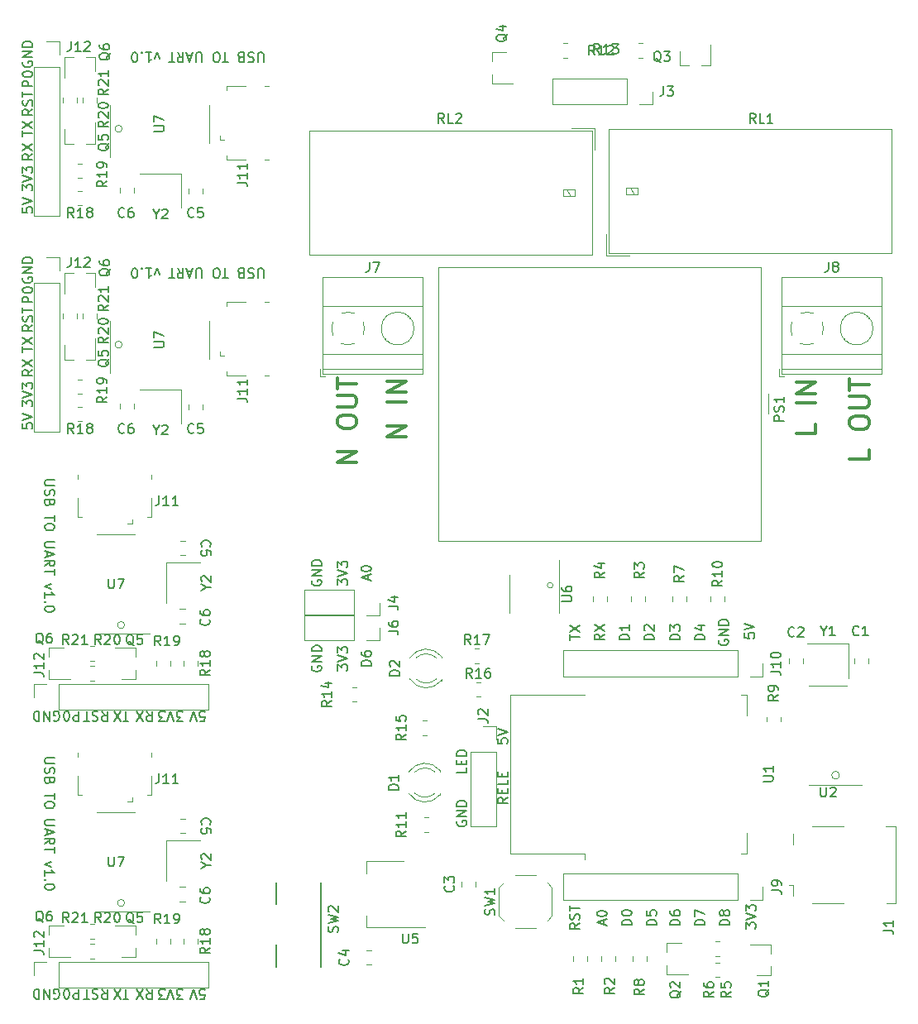
<source format=gbr>
%TF.GenerationSoftware,KiCad,Pcbnew,(5.1.7)-1*%
%TF.CreationDate,2021-02-24T10:57:43+01:00*%
%TF.ProjectId,Temperature-controller-with-ESP8266,54656d70-6572-4617-9475-72652d636f6e,rev?*%
%TF.SameCoordinates,Original*%
%TF.FileFunction,Legend,Top*%
%TF.FilePolarity,Positive*%
%FSLAX46Y46*%
G04 Gerber Fmt 4.6, Leading zero omitted, Abs format (unit mm)*
G04 Created by KiCad (PCBNEW (5.1.7)-1) date 2021-02-24 10:57:43*
%MOMM*%
%LPD*%
G01*
G04 APERTURE LIST*
%ADD10C,0.150000*%
%ADD11C,0.120000*%
%ADD12C,0.300000*%
G04 APERTURE END LIST*
D10*
X96813619Y-116094714D02*
X96004095Y-116094714D01*
X95908857Y-116142333D01*
X95861238Y-116189952D01*
X95813619Y-116285190D01*
X95813619Y-116475666D01*
X95861238Y-116570904D01*
X95908857Y-116618523D01*
X96004095Y-116666142D01*
X96813619Y-116666142D01*
X95861238Y-117094714D02*
X95813619Y-117237571D01*
X95813619Y-117475666D01*
X95861238Y-117570904D01*
X95908857Y-117618523D01*
X96004095Y-117666142D01*
X96099333Y-117666142D01*
X96194571Y-117618523D01*
X96242190Y-117570904D01*
X96289809Y-117475666D01*
X96337428Y-117285190D01*
X96385047Y-117189952D01*
X96432666Y-117142333D01*
X96527904Y-117094714D01*
X96623142Y-117094714D01*
X96718380Y-117142333D01*
X96766000Y-117189952D01*
X96813619Y-117285190D01*
X96813619Y-117523285D01*
X96766000Y-117666142D01*
X96337428Y-118428047D02*
X96289809Y-118570904D01*
X96242190Y-118618523D01*
X96146952Y-118666142D01*
X96004095Y-118666142D01*
X95908857Y-118618523D01*
X95861238Y-118570904D01*
X95813619Y-118475666D01*
X95813619Y-118094714D01*
X96813619Y-118094714D01*
X96813619Y-118428047D01*
X96766000Y-118523285D01*
X96718380Y-118570904D01*
X96623142Y-118618523D01*
X96527904Y-118618523D01*
X96432666Y-118570904D01*
X96385047Y-118523285D01*
X96337428Y-118428047D01*
X96337428Y-118094714D01*
X96813619Y-119713761D02*
X96813619Y-120285190D01*
X95813619Y-119999476D02*
X96813619Y-119999476D01*
X96813619Y-120809000D02*
X96813619Y-120999476D01*
X96766000Y-121094714D01*
X96670761Y-121189952D01*
X96480285Y-121237571D01*
X96146952Y-121237571D01*
X95956476Y-121189952D01*
X95861238Y-121094714D01*
X95813619Y-120999476D01*
X95813619Y-120809000D01*
X95861238Y-120713761D01*
X95956476Y-120618523D01*
X96146952Y-120570904D01*
X96480285Y-120570904D01*
X96670761Y-120618523D01*
X96766000Y-120713761D01*
X96813619Y-120809000D01*
X96813619Y-122428047D02*
X96004095Y-122428047D01*
X95908857Y-122475666D01*
X95861238Y-122523285D01*
X95813619Y-122618523D01*
X95813619Y-122809000D01*
X95861238Y-122904238D01*
X95908857Y-122951857D01*
X96004095Y-122999476D01*
X96813619Y-122999476D01*
X96099333Y-123428047D02*
X96099333Y-123904238D01*
X95813619Y-123332809D02*
X96813619Y-123666142D01*
X95813619Y-123999476D01*
X95813619Y-124904238D02*
X96289809Y-124570904D01*
X95813619Y-124332809D02*
X96813619Y-124332809D01*
X96813619Y-124713761D01*
X96766000Y-124809000D01*
X96718380Y-124856619D01*
X96623142Y-124904238D01*
X96480285Y-124904238D01*
X96385047Y-124856619D01*
X96337428Y-124809000D01*
X96289809Y-124713761D01*
X96289809Y-124332809D01*
X96813619Y-125189952D02*
X96813619Y-125761380D01*
X95813619Y-125475666D02*
X96813619Y-125475666D01*
X96480285Y-126761380D02*
X95813619Y-126999476D01*
X96480285Y-127237571D01*
X95813619Y-128142333D02*
X95813619Y-127570904D01*
X95813619Y-127856619D02*
X96813619Y-127856619D01*
X96670761Y-127761380D01*
X96575523Y-127666142D01*
X96527904Y-127570904D01*
X95908857Y-128570904D02*
X95861238Y-128618523D01*
X95813619Y-128570904D01*
X95861238Y-128523285D01*
X95908857Y-128570904D01*
X95813619Y-128570904D01*
X96813619Y-129237571D02*
X96813619Y-129332809D01*
X96766000Y-129428047D01*
X96718380Y-129475666D01*
X96623142Y-129523285D01*
X96432666Y-129570904D01*
X96194571Y-129570904D01*
X96004095Y-129523285D01*
X95908857Y-129475666D01*
X95861238Y-129428047D01*
X95813619Y-129332809D01*
X95813619Y-129237571D01*
X95861238Y-129142333D01*
X95908857Y-129094714D01*
X96004095Y-129047095D01*
X96194571Y-128999476D01*
X96432666Y-128999476D01*
X96623142Y-129047095D01*
X96718380Y-129094714D01*
X96766000Y-129142333D01*
X96813619Y-129237571D01*
X99290095Y-139755619D02*
X99290095Y-140755619D01*
X98909142Y-140755619D01*
X98813904Y-140708000D01*
X98766285Y-140660380D01*
X98718666Y-140565142D01*
X98718666Y-140422285D01*
X98766285Y-140327047D01*
X98813904Y-140279428D01*
X98909142Y-140231809D01*
X99290095Y-140231809D01*
X98099619Y-140755619D02*
X98004380Y-140755619D01*
X97909142Y-140708000D01*
X97861523Y-140660380D01*
X97813904Y-140565142D01*
X97766285Y-140374666D01*
X97766285Y-140136571D01*
X97813904Y-139946095D01*
X97861523Y-139850857D01*
X97909142Y-139803238D01*
X98004380Y-139755619D01*
X98099619Y-139755619D01*
X98194857Y-139803238D01*
X98242476Y-139850857D01*
X98290095Y-139946095D01*
X98337714Y-140136571D01*
X98337714Y-140374666D01*
X98290095Y-140565142D01*
X98242476Y-140660380D01*
X98194857Y-140708000D01*
X98099619Y-140755619D01*
X104393904Y-140755619D02*
X103822476Y-140755619D01*
X104108190Y-139755619D02*
X104108190Y-140755619D01*
X103584380Y-140755619D02*
X102917714Y-139755619D01*
X102917714Y-140755619D02*
X103584380Y-139755619D01*
X109950095Y-140755619D02*
X109331047Y-140755619D01*
X109664380Y-140374666D01*
X109521523Y-140374666D01*
X109426285Y-140327047D01*
X109378666Y-140279428D01*
X109331047Y-140184190D01*
X109331047Y-139946095D01*
X109378666Y-139850857D01*
X109426285Y-139803238D01*
X109521523Y-139755619D01*
X109807238Y-139755619D01*
X109902476Y-139803238D01*
X109950095Y-139850857D01*
X109045333Y-140755619D02*
X108712000Y-139755619D01*
X108378666Y-140755619D01*
X108140571Y-140755619D02*
X107521523Y-140755619D01*
X107854857Y-140374666D01*
X107712000Y-140374666D01*
X107616761Y-140327047D01*
X107569142Y-140279428D01*
X107521523Y-140184190D01*
X107521523Y-139946095D01*
X107569142Y-139850857D01*
X107616761Y-139803238D01*
X107712000Y-139755619D01*
X107997714Y-139755619D01*
X108092952Y-139803238D01*
X108140571Y-139850857D01*
X106211666Y-139755619D02*
X106545000Y-140231809D01*
X106783095Y-139755619D02*
X106783095Y-140755619D01*
X106402142Y-140755619D01*
X106306904Y-140708000D01*
X106259285Y-140660380D01*
X106211666Y-140565142D01*
X106211666Y-140422285D01*
X106259285Y-140327047D01*
X106306904Y-140279428D01*
X106402142Y-140231809D01*
X106783095Y-140231809D01*
X105878333Y-140755619D02*
X105211666Y-139755619D01*
X105211666Y-140755619D02*
X105878333Y-139755619D01*
X111696476Y-140755619D02*
X112172666Y-140755619D01*
X112220285Y-140279428D01*
X112172666Y-140327047D01*
X112077428Y-140374666D01*
X111839333Y-140374666D01*
X111744095Y-140327047D01*
X111696476Y-140279428D01*
X111648857Y-140184190D01*
X111648857Y-139946095D01*
X111696476Y-139850857D01*
X111744095Y-139803238D01*
X111839333Y-139755619D01*
X112077428Y-139755619D01*
X112172666Y-139803238D01*
X112220285Y-139850857D01*
X111363142Y-140755619D02*
X111029809Y-139755619D01*
X110696476Y-140755619D01*
X101639619Y-139755619D02*
X101972952Y-140231809D01*
X102211047Y-139755619D02*
X102211047Y-140755619D01*
X101830095Y-140755619D01*
X101734857Y-140708000D01*
X101687238Y-140660380D01*
X101639619Y-140565142D01*
X101639619Y-140422285D01*
X101687238Y-140327047D01*
X101734857Y-140279428D01*
X101830095Y-140231809D01*
X102211047Y-140231809D01*
X101258666Y-139803238D02*
X101115809Y-139755619D01*
X100877714Y-139755619D01*
X100782476Y-139803238D01*
X100734857Y-139850857D01*
X100687238Y-139946095D01*
X100687238Y-140041333D01*
X100734857Y-140136571D01*
X100782476Y-140184190D01*
X100877714Y-140231809D01*
X101068190Y-140279428D01*
X101163428Y-140327047D01*
X101211047Y-140374666D01*
X101258666Y-140469904D01*
X101258666Y-140565142D01*
X101211047Y-140660380D01*
X101163428Y-140708000D01*
X101068190Y-140755619D01*
X100830095Y-140755619D01*
X100687238Y-140708000D01*
X100401523Y-140755619D02*
X99830095Y-140755619D01*
X100115809Y-139755619D02*
X100115809Y-140755619D01*
X96773904Y-140708000D02*
X96869142Y-140755619D01*
X97012000Y-140755619D01*
X97154857Y-140708000D01*
X97250095Y-140612761D01*
X97297714Y-140517523D01*
X97345333Y-140327047D01*
X97345333Y-140184190D01*
X97297714Y-139993714D01*
X97250095Y-139898476D01*
X97154857Y-139803238D01*
X97012000Y-139755619D01*
X96916761Y-139755619D01*
X96773904Y-139803238D01*
X96726285Y-139850857D01*
X96726285Y-140184190D01*
X96916761Y-140184190D01*
X96297714Y-139755619D02*
X96297714Y-140755619D01*
X95726285Y-139755619D01*
X95726285Y-140755619D01*
X95250095Y-139755619D02*
X95250095Y-140755619D01*
X95012000Y-140755619D01*
X94869142Y-140708000D01*
X94773904Y-140612761D01*
X94726285Y-140517523D01*
X94678666Y-140327047D01*
X94678666Y-140184190D01*
X94726285Y-139993714D01*
X94773904Y-139898476D01*
X94869142Y-139803238D01*
X95012000Y-139755619D01*
X95250095Y-139755619D01*
D11*
X103991210Y-130937000D02*
G75*
G03*
X103991210Y-130937000I-359210J0D01*
G01*
D10*
X96813619Y-87646714D02*
X96004095Y-87646714D01*
X95908857Y-87694333D01*
X95861238Y-87741952D01*
X95813619Y-87837190D01*
X95813619Y-88027666D01*
X95861238Y-88122904D01*
X95908857Y-88170523D01*
X96004095Y-88218142D01*
X96813619Y-88218142D01*
X95861238Y-88646714D02*
X95813619Y-88789571D01*
X95813619Y-89027666D01*
X95861238Y-89122904D01*
X95908857Y-89170523D01*
X96004095Y-89218142D01*
X96099333Y-89218142D01*
X96194571Y-89170523D01*
X96242190Y-89122904D01*
X96289809Y-89027666D01*
X96337428Y-88837190D01*
X96385047Y-88741952D01*
X96432666Y-88694333D01*
X96527904Y-88646714D01*
X96623142Y-88646714D01*
X96718380Y-88694333D01*
X96766000Y-88741952D01*
X96813619Y-88837190D01*
X96813619Y-89075285D01*
X96766000Y-89218142D01*
X96337428Y-89980047D02*
X96289809Y-90122904D01*
X96242190Y-90170523D01*
X96146952Y-90218142D01*
X96004095Y-90218142D01*
X95908857Y-90170523D01*
X95861238Y-90122904D01*
X95813619Y-90027666D01*
X95813619Y-89646714D01*
X96813619Y-89646714D01*
X96813619Y-89980047D01*
X96766000Y-90075285D01*
X96718380Y-90122904D01*
X96623142Y-90170523D01*
X96527904Y-90170523D01*
X96432666Y-90122904D01*
X96385047Y-90075285D01*
X96337428Y-89980047D01*
X96337428Y-89646714D01*
X96813619Y-91265761D02*
X96813619Y-91837190D01*
X95813619Y-91551476D02*
X96813619Y-91551476D01*
X96813619Y-92361000D02*
X96813619Y-92551476D01*
X96766000Y-92646714D01*
X96670761Y-92741952D01*
X96480285Y-92789571D01*
X96146952Y-92789571D01*
X95956476Y-92741952D01*
X95861238Y-92646714D01*
X95813619Y-92551476D01*
X95813619Y-92361000D01*
X95861238Y-92265761D01*
X95956476Y-92170523D01*
X96146952Y-92122904D01*
X96480285Y-92122904D01*
X96670761Y-92170523D01*
X96766000Y-92265761D01*
X96813619Y-92361000D01*
X96813619Y-93980047D02*
X96004095Y-93980047D01*
X95908857Y-94027666D01*
X95861238Y-94075285D01*
X95813619Y-94170523D01*
X95813619Y-94361000D01*
X95861238Y-94456238D01*
X95908857Y-94503857D01*
X96004095Y-94551476D01*
X96813619Y-94551476D01*
X96099333Y-94980047D02*
X96099333Y-95456238D01*
X95813619Y-94884809D02*
X96813619Y-95218142D01*
X95813619Y-95551476D01*
X95813619Y-96456238D02*
X96289809Y-96122904D01*
X95813619Y-95884809D02*
X96813619Y-95884809D01*
X96813619Y-96265761D01*
X96766000Y-96361000D01*
X96718380Y-96408619D01*
X96623142Y-96456238D01*
X96480285Y-96456238D01*
X96385047Y-96408619D01*
X96337428Y-96361000D01*
X96289809Y-96265761D01*
X96289809Y-95884809D01*
X96813619Y-96741952D02*
X96813619Y-97313380D01*
X95813619Y-97027666D02*
X96813619Y-97027666D01*
X96480285Y-98313380D02*
X95813619Y-98551476D01*
X96480285Y-98789571D01*
X95813619Y-99694333D02*
X95813619Y-99122904D01*
X95813619Y-99408619D02*
X96813619Y-99408619D01*
X96670761Y-99313380D01*
X96575523Y-99218142D01*
X96527904Y-99122904D01*
X95908857Y-100122904D02*
X95861238Y-100170523D01*
X95813619Y-100122904D01*
X95861238Y-100075285D01*
X95908857Y-100122904D01*
X95813619Y-100122904D01*
X96813619Y-100789571D02*
X96813619Y-100884809D01*
X96766000Y-100980047D01*
X96718380Y-101027666D01*
X96623142Y-101075285D01*
X96432666Y-101122904D01*
X96194571Y-101122904D01*
X96004095Y-101075285D01*
X95908857Y-101027666D01*
X95861238Y-100980047D01*
X95813619Y-100884809D01*
X95813619Y-100789571D01*
X95861238Y-100694333D01*
X95908857Y-100646714D01*
X96004095Y-100599095D01*
X96194571Y-100551476D01*
X96432666Y-100551476D01*
X96623142Y-100599095D01*
X96718380Y-100646714D01*
X96766000Y-100694333D01*
X96813619Y-100789571D01*
X99290095Y-111307619D02*
X99290095Y-112307619D01*
X98909142Y-112307619D01*
X98813904Y-112260000D01*
X98766285Y-112212380D01*
X98718666Y-112117142D01*
X98718666Y-111974285D01*
X98766285Y-111879047D01*
X98813904Y-111831428D01*
X98909142Y-111783809D01*
X99290095Y-111783809D01*
X98099619Y-112307619D02*
X98004380Y-112307619D01*
X97909142Y-112260000D01*
X97861523Y-112212380D01*
X97813904Y-112117142D01*
X97766285Y-111926666D01*
X97766285Y-111688571D01*
X97813904Y-111498095D01*
X97861523Y-111402857D01*
X97909142Y-111355238D01*
X98004380Y-111307619D01*
X98099619Y-111307619D01*
X98194857Y-111355238D01*
X98242476Y-111402857D01*
X98290095Y-111498095D01*
X98337714Y-111688571D01*
X98337714Y-111926666D01*
X98290095Y-112117142D01*
X98242476Y-112212380D01*
X98194857Y-112260000D01*
X98099619Y-112307619D01*
X104393904Y-112307619D02*
X103822476Y-112307619D01*
X104108190Y-111307619D02*
X104108190Y-112307619D01*
X103584380Y-112307619D02*
X102917714Y-111307619D01*
X102917714Y-112307619D02*
X103584380Y-111307619D01*
X109950095Y-112307619D02*
X109331047Y-112307619D01*
X109664380Y-111926666D01*
X109521523Y-111926666D01*
X109426285Y-111879047D01*
X109378666Y-111831428D01*
X109331047Y-111736190D01*
X109331047Y-111498095D01*
X109378666Y-111402857D01*
X109426285Y-111355238D01*
X109521523Y-111307619D01*
X109807238Y-111307619D01*
X109902476Y-111355238D01*
X109950095Y-111402857D01*
X109045333Y-112307619D02*
X108712000Y-111307619D01*
X108378666Y-112307619D01*
X108140571Y-112307619D02*
X107521523Y-112307619D01*
X107854857Y-111926666D01*
X107712000Y-111926666D01*
X107616761Y-111879047D01*
X107569142Y-111831428D01*
X107521523Y-111736190D01*
X107521523Y-111498095D01*
X107569142Y-111402857D01*
X107616761Y-111355238D01*
X107712000Y-111307619D01*
X107997714Y-111307619D01*
X108092952Y-111355238D01*
X108140571Y-111402857D01*
X106211666Y-111307619D02*
X106545000Y-111783809D01*
X106783095Y-111307619D02*
X106783095Y-112307619D01*
X106402142Y-112307619D01*
X106306904Y-112260000D01*
X106259285Y-112212380D01*
X106211666Y-112117142D01*
X106211666Y-111974285D01*
X106259285Y-111879047D01*
X106306904Y-111831428D01*
X106402142Y-111783809D01*
X106783095Y-111783809D01*
X105878333Y-112307619D02*
X105211666Y-111307619D01*
X105211666Y-112307619D02*
X105878333Y-111307619D01*
X111696476Y-112307619D02*
X112172666Y-112307619D01*
X112220285Y-111831428D01*
X112172666Y-111879047D01*
X112077428Y-111926666D01*
X111839333Y-111926666D01*
X111744095Y-111879047D01*
X111696476Y-111831428D01*
X111648857Y-111736190D01*
X111648857Y-111498095D01*
X111696476Y-111402857D01*
X111744095Y-111355238D01*
X111839333Y-111307619D01*
X112077428Y-111307619D01*
X112172666Y-111355238D01*
X112220285Y-111402857D01*
X111363142Y-112307619D02*
X111029809Y-111307619D01*
X110696476Y-112307619D01*
X101639619Y-111307619D02*
X101972952Y-111783809D01*
X102211047Y-111307619D02*
X102211047Y-112307619D01*
X101830095Y-112307619D01*
X101734857Y-112260000D01*
X101687238Y-112212380D01*
X101639619Y-112117142D01*
X101639619Y-111974285D01*
X101687238Y-111879047D01*
X101734857Y-111831428D01*
X101830095Y-111783809D01*
X102211047Y-111783809D01*
X101258666Y-111355238D02*
X101115809Y-111307619D01*
X100877714Y-111307619D01*
X100782476Y-111355238D01*
X100734857Y-111402857D01*
X100687238Y-111498095D01*
X100687238Y-111593333D01*
X100734857Y-111688571D01*
X100782476Y-111736190D01*
X100877714Y-111783809D01*
X101068190Y-111831428D01*
X101163428Y-111879047D01*
X101211047Y-111926666D01*
X101258666Y-112021904D01*
X101258666Y-112117142D01*
X101211047Y-112212380D01*
X101163428Y-112260000D01*
X101068190Y-112307619D01*
X100830095Y-112307619D01*
X100687238Y-112260000D01*
X100401523Y-112307619D02*
X99830095Y-112307619D01*
X100115809Y-111307619D02*
X100115809Y-112307619D01*
X96773904Y-112260000D02*
X96869142Y-112307619D01*
X97012000Y-112307619D01*
X97154857Y-112260000D01*
X97250095Y-112164761D01*
X97297714Y-112069523D01*
X97345333Y-111879047D01*
X97345333Y-111736190D01*
X97297714Y-111545714D01*
X97250095Y-111450476D01*
X97154857Y-111355238D01*
X97012000Y-111307619D01*
X96916761Y-111307619D01*
X96773904Y-111355238D01*
X96726285Y-111402857D01*
X96726285Y-111736190D01*
X96916761Y-111736190D01*
X96297714Y-111307619D02*
X96297714Y-112307619D01*
X95726285Y-111307619D01*
X95726285Y-112307619D01*
X95250095Y-111307619D02*
X95250095Y-112307619D01*
X95012000Y-112307619D01*
X94869142Y-112260000D01*
X94773904Y-112164761D01*
X94726285Y-112069523D01*
X94678666Y-111879047D01*
X94678666Y-111736190D01*
X94726285Y-111545714D01*
X94773904Y-111450476D01*
X94869142Y-111355238D01*
X95012000Y-111307619D01*
X95250095Y-111307619D01*
D11*
X103991210Y-102489000D02*
G75*
G03*
X103991210Y-102489000I-359210J0D01*
G01*
D10*
X118220285Y-66968619D02*
X118220285Y-66159095D01*
X118172666Y-66063857D01*
X118125047Y-66016238D01*
X118029809Y-65968619D01*
X117839333Y-65968619D01*
X117744095Y-66016238D01*
X117696476Y-66063857D01*
X117648857Y-66159095D01*
X117648857Y-66968619D01*
X117220285Y-66016238D02*
X117077428Y-65968619D01*
X116839333Y-65968619D01*
X116744095Y-66016238D01*
X116696476Y-66063857D01*
X116648857Y-66159095D01*
X116648857Y-66254333D01*
X116696476Y-66349571D01*
X116744095Y-66397190D01*
X116839333Y-66444809D01*
X117029809Y-66492428D01*
X117125047Y-66540047D01*
X117172666Y-66587666D01*
X117220285Y-66682904D01*
X117220285Y-66778142D01*
X117172666Y-66873380D01*
X117125047Y-66921000D01*
X117029809Y-66968619D01*
X116791714Y-66968619D01*
X116648857Y-66921000D01*
X115886952Y-66492428D02*
X115744095Y-66444809D01*
X115696476Y-66397190D01*
X115648857Y-66301952D01*
X115648857Y-66159095D01*
X115696476Y-66063857D01*
X115744095Y-66016238D01*
X115839333Y-65968619D01*
X116220285Y-65968619D01*
X116220285Y-66968619D01*
X115886952Y-66968619D01*
X115791714Y-66921000D01*
X115744095Y-66873380D01*
X115696476Y-66778142D01*
X115696476Y-66682904D01*
X115744095Y-66587666D01*
X115791714Y-66540047D01*
X115886952Y-66492428D01*
X116220285Y-66492428D01*
X114601238Y-66968619D02*
X114029809Y-66968619D01*
X114315523Y-65968619D02*
X114315523Y-66968619D01*
X113506000Y-66968619D02*
X113315523Y-66968619D01*
X113220285Y-66921000D01*
X113125047Y-66825761D01*
X113077428Y-66635285D01*
X113077428Y-66301952D01*
X113125047Y-66111476D01*
X113220285Y-66016238D01*
X113315523Y-65968619D01*
X113506000Y-65968619D01*
X113601238Y-66016238D01*
X113696476Y-66111476D01*
X113744095Y-66301952D01*
X113744095Y-66635285D01*
X113696476Y-66825761D01*
X113601238Y-66921000D01*
X113506000Y-66968619D01*
X111886952Y-66968619D02*
X111886952Y-66159095D01*
X111839333Y-66063857D01*
X111791714Y-66016238D01*
X111696476Y-65968619D01*
X111506000Y-65968619D01*
X111410761Y-66016238D01*
X111363142Y-66063857D01*
X111315523Y-66159095D01*
X111315523Y-66968619D01*
X110886952Y-66254333D02*
X110410761Y-66254333D01*
X110982190Y-65968619D02*
X110648857Y-66968619D01*
X110315523Y-65968619D01*
X109410761Y-65968619D02*
X109744095Y-66444809D01*
X109982190Y-65968619D02*
X109982190Y-66968619D01*
X109601238Y-66968619D01*
X109506000Y-66921000D01*
X109458380Y-66873380D01*
X109410761Y-66778142D01*
X109410761Y-66635285D01*
X109458380Y-66540047D01*
X109506000Y-66492428D01*
X109601238Y-66444809D01*
X109982190Y-66444809D01*
X109125047Y-66968619D02*
X108553619Y-66968619D01*
X108839333Y-65968619D02*
X108839333Y-66968619D01*
X107553619Y-66635285D02*
X107315523Y-65968619D01*
X107077428Y-66635285D01*
X106172666Y-65968619D02*
X106744095Y-65968619D01*
X106458380Y-65968619D02*
X106458380Y-66968619D01*
X106553619Y-66825761D01*
X106648857Y-66730523D01*
X106744095Y-66682904D01*
X105744095Y-66063857D02*
X105696476Y-66016238D01*
X105744095Y-65968619D01*
X105791714Y-66016238D01*
X105744095Y-66063857D01*
X105744095Y-65968619D01*
X105077428Y-66968619D02*
X104982190Y-66968619D01*
X104886952Y-66921000D01*
X104839333Y-66873380D01*
X104791714Y-66778142D01*
X104744095Y-66587666D01*
X104744095Y-66349571D01*
X104791714Y-66159095D01*
X104839333Y-66063857D01*
X104886952Y-66016238D01*
X104982190Y-65968619D01*
X105077428Y-65968619D01*
X105172666Y-66016238D01*
X105220285Y-66063857D01*
X105267904Y-66159095D01*
X105315523Y-66349571D01*
X105315523Y-66587666D01*
X105267904Y-66778142D01*
X105220285Y-66873380D01*
X105172666Y-66921000D01*
X105077428Y-66968619D01*
X94559380Y-69445095D02*
X93559380Y-69445095D01*
X93559380Y-69064142D01*
X93607000Y-68968904D01*
X93654619Y-68921285D01*
X93749857Y-68873666D01*
X93892714Y-68873666D01*
X93987952Y-68921285D01*
X94035571Y-68968904D01*
X94083190Y-69064142D01*
X94083190Y-69445095D01*
X93559380Y-68254619D02*
X93559380Y-68159380D01*
X93607000Y-68064142D01*
X93654619Y-68016523D01*
X93749857Y-67968904D01*
X93940333Y-67921285D01*
X94178428Y-67921285D01*
X94368904Y-67968904D01*
X94464142Y-68016523D01*
X94511761Y-68064142D01*
X94559380Y-68159380D01*
X94559380Y-68254619D01*
X94511761Y-68349857D01*
X94464142Y-68397476D01*
X94368904Y-68445095D01*
X94178428Y-68492714D01*
X93940333Y-68492714D01*
X93749857Y-68445095D01*
X93654619Y-68397476D01*
X93607000Y-68349857D01*
X93559380Y-68254619D01*
X93559380Y-74548904D02*
X93559380Y-73977476D01*
X94559380Y-74263190D02*
X93559380Y-74263190D01*
X93559380Y-73739380D02*
X94559380Y-73072714D01*
X93559380Y-73072714D02*
X94559380Y-73739380D01*
X93559380Y-80105095D02*
X93559380Y-79486047D01*
X93940333Y-79819380D01*
X93940333Y-79676523D01*
X93987952Y-79581285D01*
X94035571Y-79533666D01*
X94130809Y-79486047D01*
X94368904Y-79486047D01*
X94464142Y-79533666D01*
X94511761Y-79581285D01*
X94559380Y-79676523D01*
X94559380Y-79962238D01*
X94511761Y-80057476D01*
X94464142Y-80105095D01*
X93559380Y-79200333D02*
X94559380Y-78867000D01*
X93559380Y-78533666D01*
X93559380Y-78295571D02*
X93559380Y-77676523D01*
X93940333Y-78009857D01*
X93940333Y-77867000D01*
X93987952Y-77771761D01*
X94035571Y-77724142D01*
X94130809Y-77676523D01*
X94368904Y-77676523D01*
X94464142Y-77724142D01*
X94511761Y-77771761D01*
X94559380Y-77867000D01*
X94559380Y-78152714D01*
X94511761Y-78247952D01*
X94464142Y-78295571D01*
X94559380Y-76366666D02*
X94083190Y-76700000D01*
X94559380Y-76938095D02*
X93559380Y-76938095D01*
X93559380Y-76557142D01*
X93607000Y-76461904D01*
X93654619Y-76414285D01*
X93749857Y-76366666D01*
X93892714Y-76366666D01*
X93987952Y-76414285D01*
X94035571Y-76461904D01*
X94083190Y-76557142D01*
X94083190Y-76938095D01*
X93559380Y-76033333D02*
X94559380Y-75366666D01*
X93559380Y-75366666D02*
X94559380Y-76033333D01*
X93559380Y-81851476D02*
X93559380Y-82327666D01*
X94035571Y-82375285D01*
X93987952Y-82327666D01*
X93940333Y-82232428D01*
X93940333Y-81994333D01*
X93987952Y-81899095D01*
X94035571Y-81851476D01*
X94130809Y-81803857D01*
X94368904Y-81803857D01*
X94464142Y-81851476D01*
X94511761Y-81899095D01*
X94559380Y-81994333D01*
X94559380Y-82232428D01*
X94511761Y-82327666D01*
X94464142Y-82375285D01*
X93559380Y-81518142D02*
X94559380Y-81184809D01*
X93559380Y-80851476D01*
X94559380Y-71794619D02*
X94083190Y-72127952D01*
X94559380Y-72366047D02*
X93559380Y-72366047D01*
X93559380Y-71985095D01*
X93607000Y-71889857D01*
X93654619Y-71842238D01*
X93749857Y-71794619D01*
X93892714Y-71794619D01*
X93987952Y-71842238D01*
X94035571Y-71889857D01*
X94083190Y-71985095D01*
X94083190Y-72366047D01*
X94511761Y-71413666D02*
X94559380Y-71270809D01*
X94559380Y-71032714D01*
X94511761Y-70937476D01*
X94464142Y-70889857D01*
X94368904Y-70842238D01*
X94273666Y-70842238D01*
X94178428Y-70889857D01*
X94130809Y-70937476D01*
X94083190Y-71032714D01*
X94035571Y-71223190D01*
X93987952Y-71318428D01*
X93940333Y-71366047D01*
X93845095Y-71413666D01*
X93749857Y-71413666D01*
X93654619Y-71366047D01*
X93607000Y-71318428D01*
X93559380Y-71223190D01*
X93559380Y-70985095D01*
X93607000Y-70842238D01*
X93559380Y-70556523D02*
X93559380Y-69985095D01*
X94559380Y-70270809D02*
X93559380Y-70270809D01*
X93607000Y-66928904D02*
X93559380Y-67024142D01*
X93559380Y-67167000D01*
X93607000Y-67309857D01*
X93702238Y-67405095D01*
X93797476Y-67452714D01*
X93987952Y-67500333D01*
X94130809Y-67500333D01*
X94321285Y-67452714D01*
X94416523Y-67405095D01*
X94511761Y-67309857D01*
X94559380Y-67167000D01*
X94559380Y-67071761D01*
X94511761Y-66928904D01*
X94464142Y-66881285D01*
X94130809Y-66881285D01*
X94130809Y-67071761D01*
X94559380Y-66452714D02*
X93559380Y-66452714D01*
X94559380Y-65881285D01*
X93559380Y-65881285D01*
X94559380Y-65405095D02*
X93559380Y-65405095D01*
X93559380Y-65167000D01*
X93607000Y-65024142D01*
X93702238Y-64928904D01*
X93797476Y-64881285D01*
X93987952Y-64833666D01*
X94130809Y-64833666D01*
X94321285Y-64881285D01*
X94416523Y-64928904D01*
X94511761Y-65024142D01*
X94559380Y-65167000D01*
X94559380Y-65405095D01*
D11*
X103737210Y-73787000D02*
G75*
G03*
X103737210Y-73787000I-359210J0D01*
G01*
D10*
X118220285Y-44870619D02*
X118220285Y-44061095D01*
X118172666Y-43965857D01*
X118125047Y-43918238D01*
X118029809Y-43870619D01*
X117839333Y-43870619D01*
X117744095Y-43918238D01*
X117696476Y-43965857D01*
X117648857Y-44061095D01*
X117648857Y-44870619D01*
X117220285Y-43918238D02*
X117077428Y-43870619D01*
X116839333Y-43870619D01*
X116744095Y-43918238D01*
X116696476Y-43965857D01*
X116648857Y-44061095D01*
X116648857Y-44156333D01*
X116696476Y-44251571D01*
X116744095Y-44299190D01*
X116839333Y-44346809D01*
X117029809Y-44394428D01*
X117125047Y-44442047D01*
X117172666Y-44489666D01*
X117220285Y-44584904D01*
X117220285Y-44680142D01*
X117172666Y-44775380D01*
X117125047Y-44823000D01*
X117029809Y-44870619D01*
X116791714Y-44870619D01*
X116648857Y-44823000D01*
X115886952Y-44394428D02*
X115744095Y-44346809D01*
X115696476Y-44299190D01*
X115648857Y-44203952D01*
X115648857Y-44061095D01*
X115696476Y-43965857D01*
X115744095Y-43918238D01*
X115839333Y-43870619D01*
X116220285Y-43870619D01*
X116220285Y-44870619D01*
X115886952Y-44870619D01*
X115791714Y-44823000D01*
X115744095Y-44775380D01*
X115696476Y-44680142D01*
X115696476Y-44584904D01*
X115744095Y-44489666D01*
X115791714Y-44442047D01*
X115886952Y-44394428D01*
X116220285Y-44394428D01*
X114601238Y-44870619D02*
X114029809Y-44870619D01*
X114315523Y-43870619D02*
X114315523Y-44870619D01*
X113506000Y-44870619D02*
X113315523Y-44870619D01*
X113220285Y-44823000D01*
X113125047Y-44727761D01*
X113077428Y-44537285D01*
X113077428Y-44203952D01*
X113125047Y-44013476D01*
X113220285Y-43918238D01*
X113315523Y-43870619D01*
X113506000Y-43870619D01*
X113601238Y-43918238D01*
X113696476Y-44013476D01*
X113744095Y-44203952D01*
X113744095Y-44537285D01*
X113696476Y-44727761D01*
X113601238Y-44823000D01*
X113506000Y-44870619D01*
X111886952Y-44870619D02*
X111886952Y-44061095D01*
X111839333Y-43965857D01*
X111791714Y-43918238D01*
X111696476Y-43870619D01*
X111506000Y-43870619D01*
X111410761Y-43918238D01*
X111363142Y-43965857D01*
X111315523Y-44061095D01*
X111315523Y-44870619D01*
X110886952Y-44156333D02*
X110410761Y-44156333D01*
X110982190Y-43870619D02*
X110648857Y-44870619D01*
X110315523Y-43870619D01*
X109410761Y-43870619D02*
X109744095Y-44346809D01*
X109982190Y-43870619D02*
X109982190Y-44870619D01*
X109601238Y-44870619D01*
X109506000Y-44823000D01*
X109458380Y-44775380D01*
X109410761Y-44680142D01*
X109410761Y-44537285D01*
X109458380Y-44442047D01*
X109506000Y-44394428D01*
X109601238Y-44346809D01*
X109982190Y-44346809D01*
X109125047Y-44870619D02*
X108553619Y-44870619D01*
X108839333Y-43870619D02*
X108839333Y-44870619D01*
X107553619Y-44537285D02*
X107315523Y-43870619D01*
X107077428Y-44537285D01*
X106172666Y-43870619D02*
X106744095Y-43870619D01*
X106458380Y-43870619D02*
X106458380Y-44870619D01*
X106553619Y-44727761D01*
X106648857Y-44632523D01*
X106744095Y-44584904D01*
X105744095Y-43965857D02*
X105696476Y-43918238D01*
X105744095Y-43870619D01*
X105791714Y-43918238D01*
X105744095Y-43965857D01*
X105744095Y-43870619D01*
X105077428Y-44870619D02*
X104982190Y-44870619D01*
X104886952Y-44823000D01*
X104839333Y-44775380D01*
X104791714Y-44680142D01*
X104744095Y-44489666D01*
X104744095Y-44251571D01*
X104791714Y-44061095D01*
X104839333Y-43965857D01*
X104886952Y-43918238D01*
X104982190Y-43870619D01*
X105077428Y-43870619D01*
X105172666Y-43918238D01*
X105220285Y-43965857D01*
X105267904Y-44061095D01*
X105315523Y-44251571D01*
X105315523Y-44489666D01*
X105267904Y-44680142D01*
X105220285Y-44775380D01*
X105172666Y-44823000D01*
X105077428Y-44870619D01*
D11*
X103737210Y-51689000D02*
G75*
G03*
X103737210Y-51689000I-359210J0D01*
G01*
D10*
X94559380Y-47347095D02*
X93559380Y-47347095D01*
X93559380Y-46966142D01*
X93607000Y-46870904D01*
X93654619Y-46823285D01*
X93749857Y-46775666D01*
X93892714Y-46775666D01*
X93987952Y-46823285D01*
X94035571Y-46870904D01*
X94083190Y-46966142D01*
X94083190Y-47347095D01*
X93559380Y-46156619D02*
X93559380Y-46061380D01*
X93607000Y-45966142D01*
X93654619Y-45918523D01*
X93749857Y-45870904D01*
X93940333Y-45823285D01*
X94178428Y-45823285D01*
X94368904Y-45870904D01*
X94464142Y-45918523D01*
X94511761Y-45966142D01*
X94559380Y-46061380D01*
X94559380Y-46156619D01*
X94511761Y-46251857D01*
X94464142Y-46299476D01*
X94368904Y-46347095D01*
X94178428Y-46394714D01*
X93940333Y-46394714D01*
X93749857Y-46347095D01*
X93654619Y-46299476D01*
X93607000Y-46251857D01*
X93559380Y-46156619D01*
X94559380Y-49696619D02*
X94083190Y-50029952D01*
X94559380Y-50268047D02*
X93559380Y-50268047D01*
X93559380Y-49887095D01*
X93607000Y-49791857D01*
X93654619Y-49744238D01*
X93749857Y-49696619D01*
X93892714Y-49696619D01*
X93987952Y-49744238D01*
X94035571Y-49791857D01*
X94083190Y-49887095D01*
X94083190Y-50268047D01*
X94511761Y-49315666D02*
X94559380Y-49172809D01*
X94559380Y-48934714D01*
X94511761Y-48839476D01*
X94464142Y-48791857D01*
X94368904Y-48744238D01*
X94273666Y-48744238D01*
X94178428Y-48791857D01*
X94130809Y-48839476D01*
X94083190Y-48934714D01*
X94035571Y-49125190D01*
X93987952Y-49220428D01*
X93940333Y-49268047D01*
X93845095Y-49315666D01*
X93749857Y-49315666D01*
X93654619Y-49268047D01*
X93607000Y-49220428D01*
X93559380Y-49125190D01*
X93559380Y-48887095D01*
X93607000Y-48744238D01*
X93559380Y-48458523D02*
X93559380Y-47887095D01*
X94559380Y-48172809D02*
X93559380Y-48172809D01*
X93559380Y-52450904D02*
X93559380Y-51879476D01*
X94559380Y-52165190D02*
X93559380Y-52165190D01*
X93559380Y-51641380D02*
X94559380Y-50974714D01*
X93559380Y-50974714D02*
X94559380Y-51641380D01*
X94559380Y-54268666D02*
X94083190Y-54602000D01*
X94559380Y-54840095D02*
X93559380Y-54840095D01*
X93559380Y-54459142D01*
X93607000Y-54363904D01*
X93654619Y-54316285D01*
X93749857Y-54268666D01*
X93892714Y-54268666D01*
X93987952Y-54316285D01*
X94035571Y-54363904D01*
X94083190Y-54459142D01*
X94083190Y-54840095D01*
X93559380Y-53935333D02*
X94559380Y-53268666D01*
X93559380Y-53268666D02*
X94559380Y-53935333D01*
X93559380Y-58007095D02*
X93559380Y-57388047D01*
X93940333Y-57721380D01*
X93940333Y-57578523D01*
X93987952Y-57483285D01*
X94035571Y-57435666D01*
X94130809Y-57388047D01*
X94368904Y-57388047D01*
X94464142Y-57435666D01*
X94511761Y-57483285D01*
X94559380Y-57578523D01*
X94559380Y-57864238D01*
X94511761Y-57959476D01*
X94464142Y-58007095D01*
X93559380Y-57102333D02*
X94559380Y-56769000D01*
X93559380Y-56435666D01*
X93559380Y-56197571D02*
X93559380Y-55578523D01*
X93940333Y-55911857D01*
X93940333Y-55769000D01*
X93987952Y-55673761D01*
X94035571Y-55626142D01*
X94130809Y-55578523D01*
X94368904Y-55578523D01*
X94464142Y-55626142D01*
X94511761Y-55673761D01*
X94559380Y-55769000D01*
X94559380Y-56054714D01*
X94511761Y-56149952D01*
X94464142Y-56197571D01*
X93559380Y-59753476D02*
X93559380Y-60229666D01*
X94035571Y-60277285D01*
X93987952Y-60229666D01*
X93940333Y-60134428D01*
X93940333Y-59896333D01*
X93987952Y-59801095D01*
X94035571Y-59753476D01*
X94130809Y-59705857D01*
X94368904Y-59705857D01*
X94464142Y-59753476D01*
X94511761Y-59801095D01*
X94559380Y-59896333D01*
X94559380Y-60134428D01*
X94511761Y-60229666D01*
X94464142Y-60277285D01*
X93559380Y-59420142D02*
X94559380Y-59086809D01*
X93559380Y-58753476D01*
X93607000Y-44830904D02*
X93559380Y-44926142D01*
X93559380Y-45069000D01*
X93607000Y-45211857D01*
X93702238Y-45307095D01*
X93797476Y-45354714D01*
X93987952Y-45402333D01*
X94130809Y-45402333D01*
X94321285Y-45354714D01*
X94416523Y-45307095D01*
X94511761Y-45211857D01*
X94559380Y-45069000D01*
X94559380Y-44973761D01*
X94511761Y-44830904D01*
X94464142Y-44783285D01*
X94130809Y-44783285D01*
X94130809Y-44973761D01*
X94559380Y-44354714D02*
X93559380Y-44354714D01*
X94559380Y-43783285D01*
X93559380Y-43783285D01*
X94559380Y-43307095D02*
X93559380Y-43307095D01*
X93559380Y-43069000D01*
X93607000Y-42926142D01*
X93702238Y-42830904D01*
X93797476Y-42783285D01*
X93987952Y-42735666D01*
X94130809Y-42735666D01*
X94321285Y-42783285D01*
X94416523Y-42830904D01*
X94511761Y-42926142D01*
X94559380Y-43069000D01*
X94559380Y-43307095D01*
D12*
X127777761Y-85851476D02*
X125777761Y-85851476D01*
X127777761Y-84708619D01*
X125777761Y-84708619D01*
X125777761Y-81851476D02*
X125777761Y-81470523D01*
X125873000Y-81280047D01*
X126063476Y-81089571D01*
X126444428Y-80994333D01*
X127111095Y-80994333D01*
X127492047Y-81089571D01*
X127682523Y-81280047D01*
X127777761Y-81470523D01*
X127777761Y-81851476D01*
X127682523Y-82041952D01*
X127492047Y-82232428D01*
X127111095Y-82327666D01*
X126444428Y-82327666D01*
X126063476Y-82232428D01*
X125873000Y-82041952D01*
X125777761Y-81851476D01*
X125777761Y-80137190D02*
X127396809Y-80137190D01*
X127587285Y-80041952D01*
X127682523Y-79946714D01*
X127777761Y-79756238D01*
X127777761Y-79375285D01*
X127682523Y-79184809D01*
X127587285Y-79089571D01*
X127396809Y-78994333D01*
X125777761Y-78994333D01*
X125777761Y-78327666D02*
X125777761Y-77184809D01*
X127777761Y-77756238D02*
X125777761Y-77756238D01*
X132857761Y-83248142D02*
X130857761Y-83248142D01*
X132857761Y-82105285D01*
X130857761Y-82105285D01*
X132857761Y-79629095D02*
X130857761Y-79629095D01*
X132857761Y-78676714D02*
X130857761Y-78676714D01*
X132857761Y-77533857D01*
X130857761Y-77533857D01*
X180228761Y-84534000D02*
X180228761Y-85486380D01*
X178228761Y-85486380D01*
X178228761Y-81962571D02*
X178228761Y-81581619D01*
X178324000Y-81391142D01*
X178514476Y-81200666D01*
X178895428Y-81105428D01*
X179562095Y-81105428D01*
X179943047Y-81200666D01*
X180133523Y-81391142D01*
X180228761Y-81581619D01*
X180228761Y-81962571D01*
X180133523Y-82153047D01*
X179943047Y-82343523D01*
X179562095Y-82438761D01*
X178895428Y-82438761D01*
X178514476Y-82343523D01*
X178324000Y-82153047D01*
X178228761Y-81962571D01*
X178228761Y-80248285D02*
X179847809Y-80248285D01*
X180038285Y-80153047D01*
X180133523Y-80057809D01*
X180228761Y-79867333D01*
X180228761Y-79486380D01*
X180133523Y-79295904D01*
X180038285Y-79200666D01*
X179847809Y-79105428D01*
X178228761Y-79105428D01*
X178228761Y-78438761D02*
X178228761Y-77295904D01*
X180228761Y-77867333D02*
X178228761Y-77867333D01*
X174767761Y-81930666D02*
X174767761Y-82883047D01*
X172767761Y-82883047D01*
X174767761Y-79740190D02*
X172767761Y-79740190D01*
X174767761Y-78787809D02*
X172767761Y-78787809D01*
X174767761Y-77644952D01*
X172767761Y-77644952D01*
D10*
X123198000Y-106679904D02*
X123150380Y-106775142D01*
X123150380Y-106918000D01*
X123198000Y-107060857D01*
X123293238Y-107156095D01*
X123388476Y-107203714D01*
X123578952Y-107251333D01*
X123721809Y-107251333D01*
X123912285Y-107203714D01*
X124007523Y-107156095D01*
X124102761Y-107060857D01*
X124150380Y-106918000D01*
X124150380Y-106822761D01*
X124102761Y-106679904D01*
X124055142Y-106632285D01*
X123721809Y-106632285D01*
X123721809Y-106822761D01*
X124150380Y-106203714D02*
X123150380Y-106203714D01*
X124150380Y-105632285D01*
X123150380Y-105632285D01*
X124150380Y-105156095D02*
X123150380Y-105156095D01*
X123150380Y-104918000D01*
X123198000Y-104775142D01*
X123293238Y-104679904D01*
X123388476Y-104632285D01*
X123578952Y-104584666D01*
X123721809Y-104584666D01*
X123912285Y-104632285D01*
X124007523Y-104679904D01*
X124102761Y-104775142D01*
X124150380Y-104918000D01*
X124150380Y-105156095D01*
X125817380Y-107156095D02*
X125817380Y-106537047D01*
X126198333Y-106870380D01*
X126198333Y-106727523D01*
X126245952Y-106632285D01*
X126293571Y-106584666D01*
X126388809Y-106537047D01*
X126626904Y-106537047D01*
X126722142Y-106584666D01*
X126769761Y-106632285D01*
X126817380Y-106727523D01*
X126817380Y-107013238D01*
X126769761Y-107108476D01*
X126722142Y-107156095D01*
X125817380Y-106251333D02*
X126817380Y-105918000D01*
X125817380Y-105584666D01*
X125817380Y-105346571D02*
X125817380Y-104727523D01*
X126198333Y-105060857D01*
X126198333Y-104918000D01*
X126245952Y-104822761D01*
X126293571Y-104775142D01*
X126388809Y-104727523D01*
X126626904Y-104727523D01*
X126722142Y-104775142D01*
X126769761Y-104822761D01*
X126817380Y-104918000D01*
X126817380Y-105203714D01*
X126769761Y-105298952D01*
X126722142Y-105346571D01*
X129230380Y-106656095D02*
X128230380Y-106656095D01*
X128230380Y-106418000D01*
X128278000Y-106275142D01*
X128373238Y-106179904D01*
X128468476Y-106132285D01*
X128658952Y-106084666D01*
X128801809Y-106084666D01*
X128992285Y-106132285D01*
X129087523Y-106179904D01*
X129182761Y-106275142D01*
X129230380Y-106418000D01*
X129230380Y-106656095D01*
X128230380Y-105227523D02*
X128230380Y-105418000D01*
X128278000Y-105513238D01*
X128325619Y-105560857D01*
X128468476Y-105656095D01*
X128658952Y-105703714D01*
X129039904Y-105703714D01*
X129135142Y-105656095D01*
X129182761Y-105608476D01*
X129230380Y-105513238D01*
X129230380Y-105322761D01*
X129182761Y-105227523D01*
X129135142Y-105179904D01*
X129039904Y-105132285D01*
X128801809Y-105132285D01*
X128706571Y-105179904D01*
X128658952Y-105227523D01*
X128611333Y-105322761D01*
X128611333Y-105513238D01*
X128658952Y-105608476D01*
X128706571Y-105656095D01*
X128801809Y-105703714D01*
X123198000Y-97916904D02*
X123150380Y-98012142D01*
X123150380Y-98155000D01*
X123198000Y-98297857D01*
X123293238Y-98393095D01*
X123388476Y-98440714D01*
X123578952Y-98488333D01*
X123721809Y-98488333D01*
X123912285Y-98440714D01*
X124007523Y-98393095D01*
X124102761Y-98297857D01*
X124150380Y-98155000D01*
X124150380Y-98059761D01*
X124102761Y-97916904D01*
X124055142Y-97869285D01*
X123721809Y-97869285D01*
X123721809Y-98059761D01*
X124150380Y-97440714D02*
X123150380Y-97440714D01*
X124150380Y-96869285D01*
X123150380Y-96869285D01*
X124150380Y-96393095D02*
X123150380Y-96393095D01*
X123150380Y-96155000D01*
X123198000Y-96012142D01*
X123293238Y-95916904D01*
X123388476Y-95869285D01*
X123578952Y-95821666D01*
X123721809Y-95821666D01*
X123912285Y-95869285D01*
X124007523Y-95916904D01*
X124102761Y-96012142D01*
X124150380Y-96155000D01*
X124150380Y-96393095D01*
X128944666Y-97869285D02*
X128944666Y-97393095D01*
X129230380Y-97964523D02*
X128230380Y-97631190D01*
X129230380Y-97297857D01*
X128230380Y-96774047D02*
X128230380Y-96678809D01*
X128278000Y-96583571D01*
X128325619Y-96535952D01*
X128420857Y-96488333D01*
X128611333Y-96440714D01*
X128849428Y-96440714D01*
X129039904Y-96488333D01*
X129135142Y-96535952D01*
X129182761Y-96583571D01*
X129230380Y-96678809D01*
X129230380Y-96774047D01*
X129182761Y-96869285D01*
X129135142Y-96916904D01*
X129039904Y-96964523D01*
X128849428Y-97012142D01*
X128611333Y-97012142D01*
X128420857Y-96964523D01*
X128325619Y-96916904D01*
X128278000Y-96869285D01*
X128230380Y-96774047D01*
X125817380Y-98393095D02*
X125817380Y-97774047D01*
X126198333Y-98107380D01*
X126198333Y-97964523D01*
X126245952Y-97869285D01*
X126293571Y-97821666D01*
X126388809Y-97774047D01*
X126626904Y-97774047D01*
X126722142Y-97821666D01*
X126769761Y-97869285D01*
X126817380Y-97964523D01*
X126817380Y-98250238D01*
X126769761Y-98345476D01*
X126722142Y-98393095D01*
X125817380Y-97488333D02*
X126817380Y-97155000D01*
X125817380Y-96821666D01*
X125817380Y-96583571D02*
X125817380Y-95964523D01*
X126198333Y-96297857D01*
X126198333Y-96155000D01*
X126245952Y-96059761D01*
X126293571Y-96012142D01*
X126388809Y-95964523D01*
X126626904Y-95964523D01*
X126722142Y-96012142D01*
X126769761Y-96059761D01*
X126817380Y-96155000D01*
X126817380Y-96440714D01*
X126769761Y-96535952D01*
X126722142Y-96583571D01*
X139009380Y-117101857D02*
X139009380Y-117578047D01*
X138009380Y-117578047D01*
X138485571Y-116768523D02*
X138485571Y-116435190D01*
X139009380Y-116292333D02*
X139009380Y-116768523D01*
X138009380Y-116768523D01*
X138009380Y-116292333D01*
X139009380Y-115863761D02*
X138009380Y-115863761D01*
X138009380Y-115625666D01*
X138057000Y-115482809D01*
X138152238Y-115387571D01*
X138247476Y-115339952D01*
X138437952Y-115292333D01*
X138580809Y-115292333D01*
X138771285Y-115339952D01*
X138866523Y-115387571D01*
X138961761Y-115482809D01*
X139009380Y-115625666D01*
X139009380Y-115863761D01*
X143200380Y-120126000D02*
X142724190Y-120459333D01*
X143200380Y-120697428D02*
X142200380Y-120697428D01*
X142200380Y-120316476D01*
X142248000Y-120221238D01*
X142295619Y-120173619D01*
X142390857Y-120126000D01*
X142533714Y-120126000D01*
X142628952Y-120173619D01*
X142676571Y-120221238D01*
X142724190Y-120316476D01*
X142724190Y-120697428D01*
X142676571Y-119697428D02*
X142676571Y-119364095D01*
X143200380Y-119221238D02*
X143200380Y-119697428D01*
X142200380Y-119697428D01*
X142200380Y-119221238D01*
X143200380Y-118316476D02*
X143200380Y-118792666D01*
X142200380Y-118792666D01*
X142676571Y-117983142D02*
X142676571Y-117649809D01*
X143200380Y-117506952D02*
X143200380Y-117983142D01*
X142200380Y-117983142D01*
X142200380Y-117506952D01*
X142200380Y-114109476D02*
X142200380Y-114585666D01*
X142676571Y-114633285D01*
X142628952Y-114585666D01*
X142581333Y-114490428D01*
X142581333Y-114252333D01*
X142628952Y-114157095D01*
X142676571Y-114109476D01*
X142771809Y-114061857D01*
X143009904Y-114061857D01*
X143105142Y-114109476D01*
X143152761Y-114157095D01*
X143200380Y-114252333D01*
X143200380Y-114490428D01*
X143152761Y-114585666D01*
X143105142Y-114633285D01*
X142200380Y-113776142D02*
X143200380Y-113442809D01*
X142200380Y-113109476D01*
X138057000Y-122554904D02*
X138009380Y-122650142D01*
X138009380Y-122793000D01*
X138057000Y-122935857D01*
X138152238Y-123031095D01*
X138247476Y-123078714D01*
X138437952Y-123126333D01*
X138580809Y-123126333D01*
X138771285Y-123078714D01*
X138866523Y-123031095D01*
X138961761Y-122935857D01*
X139009380Y-122793000D01*
X139009380Y-122697761D01*
X138961761Y-122554904D01*
X138914142Y-122507285D01*
X138580809Y-122507285D01*
X138580809Y-122697761D01*
X139009380Y-122078714D02*
X138009380Y-122078714D01*
X139009380Y-121507285D01*
X138009380Y-121507285D01*
X139009380Y-121031095D02*
X138009380Y-121031095D01*
X138009380Y-120793000D01*
X138057000Y-120650142D01*
X138152238Y-120554904D01*
X138247476Y-120507285D01*
X138437952Y-120459666D01*
X138580809Y-120459666D01*
X138771285Y-120507285D01*
X138866523Y-120554904D01*
X138961761Y-120650142D01*
X139009380Y-120793000D01*
X139009380Y-121031095D01*
D11*
X177185609Y-117856000D02*
G75*
G03*
X177185609Y-117856000I-401609J0D01*
G01*
X147857981Y-98425000D02*
G75*
G03*
X147857981Y-98425000I-283981J0D01*
G01*
D10*
X167473380Y-103314476D02*
X167473380Y-103790666D01*
X167949571Y-103838285D01*
X167901952Y-103790666D01*
X167854333Y-103695428D01*
X167854333Y-103457333D01*
X167901952Y-103362095D01*
X167949571Y-103314476D01*
X168044809Y-103266857D01*
X168282904Y-103266857D01*
X168378142Y-103314476D01*
X168425761Y-103362095D01*
X168473380Y-103457333D01*
X168473380Y-103695428D01*
X168425761Y-103790666D01*
X168378142Y-103838285D01*
X167473380Y-102981142D02*
X168473380Y-102647809D01*
X167473380Y-102314476D01*
X167600380Y-133572095D02*
X167600380Y-132953047D01*
X167981333Y-133286380D01*
X167981333Y-133143523D01*
X168028952Y-133048285D01*
X168076571Y-133000666D01*
X168171809Y-132953047D01*
X168409904Y-132953047D01*
X168505142Y-133000666D01*
X168552761Y-133048285D01*
X168600380Y-133143523D01*
X168600380Y-133429238D01*
X168552761Y-133524476D01*
X168505142Y-133572095D01*
X167600380Y-132667333D02*
X168600380Y-132334000D01*
X167600380Y-132000666D01*
X167600380Y-131762571D02*
X167600380Y-131143523D01*
X167981333Y-131476857D01*
X167981333Y-131334000D01*
X168028952Y-131238761D01*
X168076571Y-131191142D01*
X168171809Y-131143523D01*
X168409904Y-131143523D01*
X168505142Y-131191142D01*
X168552761Y-131238761D01*
X168600380Y-131334000D01*
X168600380Y-131619714D01*
X168552761Y-131714952D01*
X168505142Y-131762571D01*
X164854000Y-104012904D02*
X164806380Y-104108142D01*
X164806380Y-104251000D01*
X164854000Y-104393857D01*
X164949238Y-104489095D01*
X165044476Y-104536714D01*
X165234952Y-104584333D01*
X165377809Y-104584333D01*
X165568285Y-104536714D01*
X165663523Y-104489095D01*
X165758761Y-104393857D01*
X165806380Y-104251000D01*
X165806380Y-104155761D01*
X165758761Y-104012904D01*
X165711142Y-103965285D01*
X165377809Y-103965285D01*
X165377809Y-104155761D01*
X165806380Y-103536714D02*
X164806380Y-103536714D01*
X165806380Y-102965285D01*
X164806380Y-102965285D01*
X165806380Y-102489095D02*
X164806380Y-102489095D01*
X164806380Y-102251000D01*
X164854000Y-102108142D01*
X164949238Y-102012904D01*
X165044476Y-101965285D01*
X165234952Y-101917666D01*
X165377809Y-101917666D01*
X165568285Y-101965285D01*
X165663523Y-102012904D01*
X165758761Y-102108142D01*
X165806380Y-102251000D01*
X165806380Y-102489095D01*
X163393380Y-103989095D02*
X162393380Y-103989095D01*
X162393380Y-103751000D01*
X162441000Y-103608142D01*
X162536238Y-103512904D01*
X162631476Y-103465285D01*
X162821952Y-103417666D01*
X162964809Y-103417666D01*
X163155285Y-103465285D01*
X163250523Y-103512904D01*
X163345761Y-103608142D01*
X163393380Y-103751000D01*
X163393380Y-103989095D01*
X162726714Y-102560523D02*
X163393380Y-102560523D01*
X162345761Y-102798619D02*
X163060047Y-103036714D01*
X163060047Y-102417666D01*
X160853380Y-103989095D02*
X159853380Y-103989095D01*
X159853380Y-103751000D01*
X159901000Y-103608142D01*
X159996238Y-103512904D01*
X160091476Y-103465285D01*
X160281952Y-103417666D01*
X160424809Y-103417666D01*
X160615285Y-103465285D01*
X160710523Y-103512904D01*
X160805761Y-103608142D01*
X160853380Y-103751000D01*
X160853380Y-103989095D01*
X159853380Y-103084333D02*
X159853380Y-102465285D01*
X160234333Y-102798619D01*
X160234333Y-102655761D01*
X160281952Y-102560523D01*
X160329571Y-102512904D01*
X160424809Y-102465285D01*
X160662904Y-102465285D01*
X160758142Y-102512904D01*
X160805761Y-102560523D01*
X160853380Y-102655761D01*
X160853380Y-102941476D01*
X160805761Y-103036714D01*
X160758142Y-103084333D01*
X158186380Y-103989095D02*
X157186380Y-103989095D01*
X157186380Y-103751000D01*
X157234000Y-103608142D01*
X157329238Y-103512904D01*
X157424476Y-103465285D01*
X157614952Y-103417666D01*
X157757809Y-103417666D01*
X157948285Y-103465285D01*
X158043523Y-103512904D01*
X158138761Y-103608142D01*
X158186380Y-103751000D01*
X158186380Y-103989095D01*
X157281619Y-103036714D02*
X157234000Y-102989095D01*
X157186380Y-102893857D01*
X157186380Y-102655761D01*
X157234000Y-102560523D01*
X157281619Y-102512904D01*
X157376857Y-102465285D01*
X157472095Y-102465285D01*
X157614952Y-102512904D01*
X158186380Y-103084333D01*
X158186380Y-102465285D01*
X155646380Y-103989095D02*
X154646380Y-103989095D01*
X154646380Y-103751000D01*
X154694000Y-103608142D01*
X154789238Y-103512904D01*
X154884476Y-103465285D01*
X155074952Y-103417666D01*
X155217809Y-103417666D01*
X155408285Y-103465285D01*
X155503523Y-103512904D01*
X155598761Y-103608142D01*
X155646380Y-103751000D01*
X155646380Y-103989095D01*
X155646380Y-102465285D02*
X155646380Y-103036714D01*
X155646380Y-102751000D02*
X154646380Y-102751000D01*
X154789238Y-102846238D01*
X154884476Y-102941476D01*
X154932095Y-103036714D01*
X153106380Y-103417666D02*
X152630190Y-103751000D01*
X153106380Y-103989095D02*
X152106380Y-103989095D01*
X152106380Y-103608142D01*
X152154000Y-103512904D01*
X152201619Y-103465285D01*
X152296857Y-103417666D01*
X152439714Y-103417666D01*
X152534952Y-103465285D01*
X152582571Y-103512904D01*
X152630190Y-103608142D01*
X152630190Y-103989095D01*
X152106380Y-103084333D02*
X153106380Y-102417666D01*
X152106380Y-102417666D02*
X153106380Y-103084333D01*
X149566380Y-104012904D02*
X149566380Y-103441476D01*
X150566380Y-103727190D02*
X149566380Y-103727190D01*
X149566380Y-103203380D02*
X150566380Y-102536714D01*
X149566380Y-102536714D02*
X150566380Y-103203380D01*
X165933380Y-133199095D02*
X164933380Y-133199095D01*
X164933380Y-132961000D01*
X164981000Y-132818142D01*
X165076238Y-132722904D01*
X165171476Y-132675285D01*
X165361952Y-132627666D01*
X165504809Y-132627666D01*
X165695285Y-132675285D01*
X165790523Y-132722904D01*
X165885761Y-132818142D01*
X165933380Y-132961000D01*
X165933380Y-133199095D01*
X165361952Y-132056238D02*
X165314333Y-132151476D01*
X165266714Y-132199095D01*
X165171476Y-132246714D01*
X165123857Y-132246714D01*
X165028619Y-132199095D01*
X164981000Y-132151476D01*
X164933380Y-132056238D01*
X164933380Y-131865761D01*
X164981000Y-131770523D01*
X165028619Y-131722904D01*
X165123857Y-131675285D01*
X165171476Y-131675285D01*
X165266714Y-131722904D01*
X165314333Y-131770523D01*
X165361952Y-131865761D01*
X165361952Y-132056238D01*
X165409571Y-132151476D01*
X165457190Y-132199095D01*
X165552428Y-132246714D01*
X165742904Y-132246714D01*
X165838142Y-132199095D01*
X165885761Y-132151476D01*
X165933380Y-132056238D01*
X165933380Y-131865761D01*
X165885761Y-131770523D01*
X165838142Y-131722904D01*
X165742904Y-131675285D01*
X165552428Y-131675285D01*
X165457190Y-131722904D01*
X165409571Y-131770523D01*
X165361952Y-131865761D01*
X163393380Y-133199095D02*
X162393380Y-133199095D01*
X162393380Y-132961000D01*
X162441000Y-132818142D01*
X162536238Y-132722904D01*
X162631476Y-132675285D01*
X162821952Y-132627666D01*
X162964809Y-132627666D01*
X163155285Y-132675285D01*
X163250523Y-132722904D01*
X163345761Y-132818142D01*
X163393380Y-132961000D01*
X163393380Y-133199095D01*
X162393380Y-132294333D02*
X162393380Y-131627666D01*
X163393380Y-132056238D01*
X160853380Y-133199095D02*
X159853380Y-133199095D01*
X159853380Y-132961000D01*
X159901000Y-132818142D01*
X159996238Y-132722904D01*
X160091476Y-132675285D01*
X160281952Y-132627666D01*
X160424809Y-132627666D01*
X160615285Y-132675285D01*
X160710523Y-132722904D01*
X160805761Y-132818142D01*
X160853380Y-132961000D01*
X160853380Y-133199095D01*
X159853380Y-131770523D02*
X159853380Y-131961000D01*
X159901000Y-132056238D01*
X159948619Y-132103857D01*
X160091476Y-132199095D01*
X160281952Y-132246714D01*
X160662904Y-132246714D01*
X160758142Y-132199095D01*
X160805761Y-132151476D01*
X160853380Y-132056238D01*
X160853380Y-131865761D01*
X160805761Y-131770523D01*
X160758142Y-131722904D01*
X160662904Y-131675285D01*
X160424809Y-131675285D01*
X160329571Y-131722904D01*
X160281952Y-131770523D01*
X160234333Y-131865761D01*
X160234333Y-132056238D01*
X160281952Y-132151476D01*
X160329571Y-132199095D01*
X160424809Y-132246714D01*
X158440380Y-133199095D02*
X157440380Y-133199095D01*
X157440380Y-132961000D01*
X157488000Y-132818142D01*
X157583238Y-132722904D01*
X157678476Y-132675285D01*
X157868952Y-132627666D01*
X158011809Y-132627666D01*
X158202285Y-132675285D01*
X158297523Y-132722904D01*
X158392761Y-132818142D01*
X158440380Y-132961000D01*
X158440380Y-133199095D01*
X157440380Y-131722904D02*
X157440380Y-132199095D01*
X157916571Y-132246714D01*
X157868952Y-132199095D01*
X157821333Y-132103857D01*
X157821333Y-131865761D01*
X157868952Y-131770523D01*
X157916571Y-131722904D01*
X158011809Y-131675285D01*
X158249904Y-131675285D01*
X158345142Y-131722904D01*
X158392761Y-131770523D01*
X158440380Y-131865761D01*
X158440380Y-132103857D01*
X158392761Y-132199095D01*
X158345142Y-132246714D01*
X155900380Y-133199095D02*
X154900380Y-133199095D01*
X154900380Y-132961000D01*
X154948000Y-132818142D01*
X155043238Y-132722904D01*
X155138476Y-132675285D01*
X155328952Y-132627666D01*
X155471809Y-132627666D01*
X155662285Y-132675285D01*
X155757523Y-132722904D01*
X155852761Y-132818142D01*
X155900380Y-132961000D01*
X155900380Y-133199095D01*
X154900380Y-132008619D02*
X154900380Y-131913380D01*
X154948000Y-131818142D01*
X154995619Y-131770523D01*
X155090857Y-131722904D01*
X155281333Y-131675285D01*
X155519428Y-131675285D01*
X155709904Y-131722904D01*
X155805142Y-131770523D01*
X155852761Y-131818142D01*
X155900380Y-131913380D01*
X155900380Y-132008619D01*
X155852761Y-132103857D01*
X155805142Y-132151476D01*
X155709904Y-132199095D01*
X155519428Y-132246714D01*
X155281333Y-132246714D01*
X155090857Y-132199095D01*
X154995619Y-132151476D01*
X154948000Y-132103857D01*
X154900380Y-132008619D01*
X153074666Y-133175285D02*
X153074666Y-132699095D01*
X153360380Y-133270523D02*
X152360380Y-132937190D01*
X153360380Y-132603857D01*
X152360380Y-132080047D02*
X152360380Y-131984809D01*
X152408000Y-131889571D01*
X152455619Y-131841952D01*
X152550857Y-131794333D01*
X152741333Y-131746714D01*
X152979428Y-131746714D01*
X153169904Y-131794333D01*
X153265142Y-131841952D01*
X153312761Y-131889571D01*
X153360380Y-131984809D01*
X153360380Y-132080047D01*
X153312761Y-132175285D01*
X153265142Y-132222904D01*
X153169904Y-132270523D01*
X152979428Y-132318142D01*
X152741333Y-132318142D01*
X152550857Y-132270523D01*
X152455619Y-132222904D01*
X152408000Y-132175285D01*
X152360380Y-132080047D01*
X150566380Y-133008619D02*
X150090190Y-133341952D01*
X150566380Y-133580047D02*
X149566380Y-133580047D01*
X149566380Y-133199095D01*
X149614000Y-133103857D01*
X149661619Y-133056238D01*
X149756857Y-133008619D01*
X149899714Y-133008619D01*
X149994952Y-133056238D01*
X150042571Y-133103857D01*
X150090190Y-133199095D01*
X150090190Y-133580047D01*
X150518761Y-132627666D02*
X150566380Y-132484809D01*
X150566380Y-132246714D01*
X150518761Y-132151476D01*
X150471142Y-132103857D01*
X150375904Y-132056238D01*
X150280666Y-132056238D01*
X150185428Y-132103857D01*
X150137809Y-132151476D01*
X150090190Y-132246714D01*
X150042571Y-132437190D01*
X149994952Y-132532428D01*
X149947333Y-132580047D01*
X149852095Y-132627666D01*
X149756857Y-132627666D01*
X149661619Y-132580047D01*
X149614000Y-132532428D01*
X149566380Y-132437190D01*
X149566380Y-132199095D01*
X149614000Y-132056238D01*
X149566380Y-131770523D02*
X149566380Y-131199095D01*
X150566380Y-131484809D02*
X149566380Y-131484809D01*
D11*
%TO.C,J12*%
X94682000Y-138303000D02*
X94682000Y-136973000D01*
X94682000Y-136973000D02*
X96012000Y-136973000D01*
X97282000Y-136973000D02*
X112582000Y-136973000D01*
X112582000Y-139633000D02*
X112582000Y-136973000D01*
X97282000Y-139633000D02*
X112582000Y-139633000D01*
X97282000Y-139633000D02*
X97282000Y-136973000D01*
%TO.C,Y2*%
X108232000Y-124519000D02*
X108232000Y-128719000D01*
X111732000Y-124519000D02*
X108232000Y-124519000D01*
%TO.C,R21*%
X100483936Y-135155000D02*
X100938064Y-135155000D01*
X100483936Y-136625000D02*
X100938064Y-136625000D01*
%TO.C,R19*%
X108685000Y-134646936D02*
X108685000Y-135101064D01*
X107215000Y-134646936D02*
X107215000Y-135101064D01*
%TO.C,R18*%
X111479000Y-135101064D02*
X111479000Y-134646936D01*
X110009000Y-135101064D02*
X110009000Y-134646936D01*
%TO.C,Q6*%
X96268000Y-133294000D02*
X97728000Y-133294000D01*
X96268000Y-136454000D02*
X98428000Y-136454000D01*
X96268000Y-136454000D02*
X96268000Y-135524000D01*
X96268000Y-133294000D02*
X96268000Y-134224000D01*
%TO.C,C5*%
X109720748Y-122328000D02*
X110243252Y-122328000D01*
X109720748Y-123798000D02*
X110243252Y-123798000D01*
%TO.C,J11*%
X99237000Y-117917000D02*
X99237000Y-119897000D01*
X99237000Y-119897000D02*
X99657000Y-119897000D01*
X99237000Y-115947000D02*
X99237000Y-115547000D01*
X106757000Y-115547000D02*
X106757000Y-115947000D01*
X106757000Y-117917000D02*
X106757000Y-119897000D01*
X106757000Y-119897000D02*
X106337000Y-119897000D01*
X104307000Y-120577000D02*
X104757000Y-120577000D01*
X104757000Y-120127000D02*
X104757000Y-120577000D01*
%TO.C,C6*%
X110177252Y-129313000D02*
X109654748Y-129313000D01*
X110177252Y-130783000D02*
X109654748Y-130783000D01*
%TO.C,Q5*%
X105154000Y-136454000D02*
X105154000Y-135524000D01*
X105154000Y-133294000D02*
X105154000Y-134224000D01*
X105154000Y-133294000D02*
X102994000Y-133294000D01*
X105154000Y-136454000D02*
X103694000Y-136454000D01*
%TO.C,U7*%
X103124000Y-131806000D02*
X106574000Y-131806000D01*
X103124000Y-131806000D02*
X101174000Y-131806000D01*
X103124000Y-121686000D02*
X105074000Y-121686000D01*
X103124000Y-121686000D02*
X101174000Y-121686000D01*
%TO.C,R20*%
X100938064Y-133123000D02*
X100483936Y-133123000D01*
X100938064Y-134593000D02*
X100483936Y-134593000D01*
%TO.C,J12*%
X94682000Y-109855000D02*
X94682000Y-108525000D01*
X94682000Y-108525000D02*
X96012000Y-108525000D01*
X97282000Y-108525000D02*
X112582000Y-108525000D01*
X112582000Y-111185000D02*
X112582000Y-108525000D01*
X97282000Y-111185000D02*
X112582000Y-111185000D01*
X97282000Y-111185000D02*
X97282000Y-108525000D01*
%TO.C,Y2*%
X108232000Y-96071000D02*
X108232000Y-100271000D01*
X111732000Y-96071000D02*
X108232000Y-96071000D01*
%TO.C,R21*%
X100483936Y-106707000D02*
X100938064Y-106707000D01*
X100483936Y-108177000D02*
X100938064Y-108177000D01*
%TO.C,R19*%
X108685000Y-106198936D02*
X108685000Y-106653064D01*
X107215000Y-106198936D02*
X107215000Y-106653064D01*
%TO.C,R18*%
X111479000Y-106653064D02*
X111479000Y-106198936D01*
X110009000Y-106653064D02*
X110009000Y-106198936D01*
%TO.C,Q6*%
X96268000Y-104846000D02*
X97728000Y-104846000D01*
X96268000Y-108006000D02*
X98428000Y-108006000D01*
X96268000Y-108006000D02*
X96268000Y-107076000D01*
X96268000Y-104846000D02*
X96268000Y-105776000D01*
%TO.C,C5*%
X109720748Y-93880000D02*
X110243252Y-93880000D01*
X109720748Y-95350000D02*
X110243252Y-95350000D01*
%TO.C,J11*%
X99237000Y-89469000D02*
X99237000Y-91449000D01*
X99237000Y-91449000D02*
X99657000Y-91449000D01*
X99237000Y-87499000D02*
X99237000Y-87099000D01*
X106757000Y-87099000D02*
X106757000Y-87499000D01*
X106757000Y-89469000D02*
X106757000Y-91449000D01*
X106757000Y-91449000D02*
X106337000Y-91449000D01*
X104307000Y-92129000D02*
X104757000Y-92129000D01*
X104757000Y-91679000D02*
X104757000Y-92129000D01*
%TO.C,C6*%
X110177252Y-100865000D02*
X109654748Y-100865000D01*
X110177252Y-102335000D02*
X109654748Y-102335000D01*
%TO.C,Q5*%
X105154000Y-108006000D02*
X105154000Y-107076000D01*
X105154000Y-104846000D02*
X105154000Y-105776000D01*
X105154000Y-104846000D02*
X102994000Y-104846000D01*
X105154000Y-108006000D02*
X103694000Y-108006000D01*
%TO.C,U7*%
X103124000Y-103358000D02*
X106574000Y-103358000D01*
X103124000Y-103358000D02*
X101174000Y-103358000D01*
X103124000Y-93238000D02*
X105074000Y-93238000D01*
X103124000Y-93238000D02*
X101174000Y-93238000D01*
%TO.C,R20*%
X100938064Y-104675000D02*
X100483936Y-104675000D01*
X100938064Y-106145000D02*
X100483936Y-106145000D01*
%TO.C,J12*%
X96012000Y-64837000D02*
X97342000Y-64837000D01*
X97342000Y-64837000D02*
X97342000Y-66167000D01*
X97342000Y-67437000D02*
X97342000Y-82737000D01*
X94682000Y-82737000D02*
X97342000Y-82737000D01*
X94682000Y-67437000D02*
X94682000Y-82737000D01*
X94682000Y-67437000D02*
X97342000Y-67437000D01*
%TO.C,Y2*%
X109796000Y-78387000D02*
X105596000Y-78387000D01*
X109796000Y-81887000D02*
X109796000Y-78387000D01*
%TO.C,R21*%
X99160000Y-70638936D02*
X99160000Y-71093064D01*
X97690000Y-70638936D02*
X97690000Y-71093064D01*
%TO.C,R19*%
X99668064Y-78840000D02*
X99213936Y-78840000D01*
X99668064Y-77370000D02*
X99213936Y-77370000D01*
%TO.C,R18*%
X99213936Y-81634000D02*
X99668064Y-81634000D01*
X99213936Y-80164000D02*
X99668064Y-80164000D01*
%TO.C,Q6*%
X101021000Y-66423000D02*
X101021000Y-67883000D01*
X97861000Y-66423000D02*
X97861000Y-68583000D01*
X97861000Y-66423000D02*
X98791000Y-66423000D01*
X101021000Y-66423000D02*
X100091000Y-66423000D01*
%TO.C,C5*%
X111987000Y-79875748D02*
X111987000Y-80398252D01*
X110517000Y-79875748D02*
X110517000Y-80398252D01*
%TO.C,J11*%
X116398000Y-69392000D02*
X114418000Y-69392000D01*
X114418000Y-69392000D02*
X114418000Y-69812000D01*
X118368000Y-69392000D02*
X118768000Y-69392000D01*
X118768000Y-76912000D02*
X118368000Y-76912000D01*
X116398000Y-76912000D02*
X114418000Y-76912000D01*
X114418000Y-76912000D02*
X114418000Y-76492000D01*
X113738000Y-74462000D02*
X113738000Y-74912000D01*
X114188000Y-74912000D02*
X113738000Y-74912000D01*
%TO.C,C6*%
X105002000Y-80332252D02*
X105002000Y-79809748D01*
X103532000Y-80332252D02*
X103532000Y-79809748D01*
%TO.C,Q5*%
X97861000Y-75309000D02*
X98791000Y-75309000D01*
X101021000Y-75309000D02*
X100091000Y-75309000D01*
X101021000Y-75309000D02*
X101021000Y-73149000D01*
X97861000Y-75309000D02*
X97861000Y-73849000D01*
%TO.C,U7*%
X102509000Y-73279000D02*
X102509000Y-76729000D01*
X102509000Y-73279000D02*
X102509000Y-71329000D01*
X112629000Y-73279000D02*
X112629000Y-75229000D01*
X112629000Y-73279000D02*
X112629000Y-71329000D01*
%TO.C,R20*%
X101192000Y-71093064D02*
X101192000Y-70638936D01*
X99722000Y-71093064D02*
X99722000Y-70638936D01*
%TO.C,C3*%
X139927000Y-128770748D02*
X139927000Y-129293252D01*
X138457000Y-128770748D02*
X138457000Y-129293252D01*
%TO.C,SW1*%
X146074000Y-133530000D02*
X143994000Y-133530000D01*
X142314000Y-129360000D02*
X142804000Y-128870000D01*
X146074000Y-128090000D02*
X143994000Y-128090000D01*
X142314000Y-132260000D02*
X142804000Y-132750000D01*
X142314000Y-132260000D02*
X142314000Y-129360000D01*
X147754000Y-132260000D02*
X147264000Y-132750000D01*
X147754000Y-132260000D02*
X147754000Y-129360000D01*
X147754000Y-129360000D02*
X147264000Y-128870000D01*
%TO.C,R8*%
X155983000Y-136879064D02*
X155983000Y-136424936D01*
X157453000Y-136879064D02*
X157453000Y-136424936D01*
%TO.C,U6*%
X143363000Y-99314000D02*
X143363000Y-101264000D01*
X143363000Y-99314000D02*
X143363000Y-97364000D01*
X148483000Y-99314000D02*
X148483000Y-101264000D01*
X148483000Y-99314000D02*
X148483000Y-95864000D01*
%TO.C,R4*%
X151919000Y-99594936D02*
X151919000Y-100049064D01*
X153389000Y-99594936D02*
X153389000Y-100049064D01*
%TO.C,R3*%
X157326000Y-100049064D02*
X157326000Y-99594936D01*
X155856000Y-100049064D02*
X155856000Y-99594936D01*
%TO.C,R10*%
X163984000Y-100049064D02*
X163984000Y-99594936D01*
X165454000Y-100049064D02*
X165454000Y-99594936D01*
%TO.C,R9*%
X169699000Y-112368064D02*
X169699000Y-111913936D01*
X171169000Y-112368064D02*
X171169000Y-111913936D01*
%TO.C,R7*%
X160047000Y-100049064D02*
X160047000Y-99594936D01*
X161517000Y-100049064D02*
X161517000Y-99594936D01*
%TO.C,J2*%
X139386000Y-115443000D02*
X142046000Y-115443000D01*
X139386000Y-115443000D02*
X139386000Y-123123000D01*
X139386000Y-123123000D02*
X142046000Y-123123000D01*
X142046000Y-115443000D02*
X142046000Y-123123000D01*
X142046000Y-112843000D02*
X142046000Y-114173000D01*
X140716000Y-112843000D02*
X142046000Y-112843000D01*
%TO.C,RL2*%
X152119000Y-51643000D02*
X152119000Y-53833000D01*
X149779000Y-51643000D02*
X152119000Y-51643000D01*
X148879000Y-57883000D02*
X148879000Y-58583000D01*
X150079000Y-57883000D02*
X148879000Y-57883000D01*
X150079000Y-58583000D02*
X150079000Y-57883000D01*
X148879000Y-58583000D02*
X150079000Y-58583000D01*
X149279000Y-57883000D02*
X149679000Y-58583000D01*
X122879000Y-51883000D02*
X122879000Y-64583000D01*
X151879000Y-51883000D02*
X122879000Y-51883000D01*
X151879000Y-64583000D02*
X151879000Y-51883000D01*
X122879000Y-64583000D02*
X151879000Y-64583000D01*
%TO.C,R13*%
X157072064Y-44423000D02*
X156617936Y-44423000D01*
X157072064Y-42953000D02*
X156617936Y-42953000D01*
%TO.C,U1*%
X143455000Y-125849000D02*
X143455000Y-109609000D01*
X143455000Y-109609000D02*
X151075000Y-109609000D01*
X167075000Y-109609000D02*
X167695000Y-109609000D01*
X167695000Y-109609000D02*
X167695000Y-111729000D01*
X167695000Y-123729000D02*
X167695000Y-125849000D01*
X167695000Y-125849000D02*
X167075000Y-125849000D01*
X151075000Y-125849000D02*
X143455000Y-125849000D01*
X151075000Y-125849000D02*
X151075000Y-126459000D01*
%TO.C,RL1*%
X182556000Y-51749000D02*
X153556000Y-51749000D01*
X153556000Y-51749000D02*
X153556000Y-64449000D01*
X153556000Y-64449000D02*
X182556000Y-64449000D01*
X182556000Y-64449000D02*
X182556000Y-51749000D01*
X156156000Y-58449000D02*
X155756000Y-57749000D01*
X156556000Y-57749000D02*
X155356000Y-57749000D01*
X155356000Y-57749000D02*
X155356000Y-58449000D01*
X155356000Y-58449000D02*
X156556000Y-58449000D01*
X156556000Y-58449000D02*
X156556000Y-57749000D01*
X155656000Y-64689000D02*
X153316000Y-64689000D01*
X153316000Y-64689000D02*
X153316000Y-62499000D01*
%TO.C,U5*%
X128773000Y-126638000D02*
X128773000Y-127898000D01*
X128773000Y-133458000D02*
X128773000Y-132198000D01*
X132533000Y-126638000D02*
X128773000Y-126638000D01*
X134783000Y-133458000D02*
X128773000Y-133458000D01*
%TO.C,J1*%
X182930800Y-123115400D02*
X182930800Y-130935400D01*
X172459600Y-129135400D02*
X172029600Y-129135400D01*
X181940200Y-123113800D02*
X182930800Y-123113800D01*
X177609600Y-123115400D02*
X174379600Y-123115400D01*
X172459600Y-124915400D02*
X172459600Y-123835400D01*
X172459600Y-130215400D02*
X172459600Y-129135400D01*
X177609600Y-130935400D02*
X174379600Y-130935400D01*
X181991000Y-130935400D02*
X182930800Y-130935400D01*
%TO.C,R11*%
X135124564Y-123671000D02*
X134670436Y-123671000D01*
X135124564Y-122201000D02*
X134670436Y-122201000D01*
%TO.C,D1*%
X136307000Y-119854000D02*
X136307000Y-119698000D01*
X136307000Y-117538000D02*
X136307000Y-117382000D01*
X133705870Y-117538163D02*
G75*
G02*
X135787961Y-117538000I1041130J-1079837D01*
G01*
X133705870Y-119697837D02*
G75*
G03*
X135787961Y-119698000I1041130J1079837D01*
G01*
X133074665Y-117539392D02*
G75*
G02*
X136307000Y-117382484I1672335J-1078608D01*
G01*
X133074665Y-119696608D02*
G75*
G03*
X136307000Y-119853516I1672335J1078608D01*
G01*
%TO.C,D2*%
X136434000Y-108170000D02*
X136434000Y-108014000D01*
X136434000Y-105854000D02*
X136434000Y-105698000D01*
X133832870Y-105854163D02*
G75*
G02*
X135914961Y-105854000I1041130J-1079837D01*
G01*
X133832870Y-108013837D02*
G75*
G03*
X135914961Y-108014000I1041130J1079837D01*
G01*
X133201665Y-105855392D02*
G75*
G02*
X136434000Y-105698484I1672335J-1078608D01*
G01*
X133201665Y-108012608D02*
G75*
G03*
X136434000Y-108169516I1672335J1078608D01*
G01*
%TO.C,Y1*%
X178122000Y-107922000D02*
X178122000Y-104422000D01*
X178122000Y-104422000D02*
X173922000Y-104422000D01*
D10*
%TO.C,SW2*%
X124093000Y-128891000D02*
X124093000Y-137491000D01*
X119493000Y-128891000D02*
X119493000Y-131091000D01*
X119493000Y-135191000D02*
X119493000Y-137491000D01*
D11*
%TO.C,R2*%
X152808000Y-136879064D02*
X152808000Y-136424936D01*
X154278000Y-136879064D02*
X154278000Y-136424936D01*
%TO.C,C1*%
X180186000Y-105910748D02*
X180186000Y-106433252D01*
X178716000Y-105910748D02*
X178716000Y-106433252D01*
%TO.C,C2*%
X171985000Y-106433252D02*
X171985000Y-105910748D01*
X173455000Y-106433252D02*
X173455000Y-105910748D01*
%TO.C,C4*%
X128770748Y-135790000D02*
X129293252Y-135790000D01*
X128770748Y-137260000D02*
X129293252Y-137260000D01*
%TO.C,Q3*%
X160853000Y-45210000D02*
X161783000Y-45210000D01*
X164013000Y-45210000D02*
X163083000Y-45210000D01*
X164013000Y-45210000D02*
X164013000Y-43050000D01*
X160853000Y-45210000D02*
X160853000Y-43750000D01*
%TO.C,R1*%
X151357000Y-136424936D02*
X151357000Y-136879064D01*
X149887000Y-136424936D02*
X149887000Y-136879064D01*
%TO.C,R5*%
X164946064Y-136371000D02*
X164491936Y-136371000D01*
X164946064Y-134901000D02*
X164491936Y-134901000D01*
%TO.C,R6*%
X164491936Y-137060000D02*
X164946064Y-137060000D01*
X164491936Y-138530000D02*
X164946064Y-138530000D01*
%TO.C,R15*%
X134974064Y-113765000D02*
X134519936Y-113765000D01*
X134974064Y-112295000D02*
X134519936Y-112295000D01*
%TO.C,U2*%
X176022000Y-108732000D02*
X174072000Y-108732000D01*
X176022000Y-108732000D02*
X177972000Y-108732000D01*
X176022000Y-118852000D02*
X174072000Y-118852000D01*
X176022000Y-118852000D02*
X179472000Y-118852000D01*
%TO.C,Q1*%
X170178000Y-138359000D02*
X170178000Y-137429000D01*
X170178000Y-135199000D02*
X170178000Y-136129000D01*
X170178000Y-135199000D02*
X168018000Y-135199000D01*
X170178000Y-138359000D02*
X168718000Y-138359000D01*
%TO.C,Q2*%
X159514000Y-135072000D02*
X160974000Y-135072000D01*
X159514000Y-138232000D02*
X161674000Y-138232000D01*
X159514000Y-138232000D02*
X159514000Y-137302000D01*
X159514000Y-135072000D02*
X159514000Y-136002000D01*
%TO.C,R14*%
X127735064Y-108866000D02*
X127280936Y-108866000D01*
X127735064Y-110336000D02*
X127280936Y-110336000D01*
%TO.C,J3*%
X158048000Y-47879000D02*
X158048000Y-49209000D01*
X158048000Y-49209000D02*
X156718000Y-49209000D01*
X155448000Y-49209000D02*
X147768000Y-49209000D01*
X147768000Y-46549000D02*
X147768000Y-49209000D01*
X155448000Y-46549000D02*
X147768000Y-46549000D01*
X155448000Y-46549000D02*
X155448000Y-49209000D01*
%TO.C,Q4*%
X141607000Y-43886000D02*
X143067000Y-43886000D01*
X141607000Y-47046000D02*
X143767000Y-47046000D01*
X141607000Y-47046000D02*
X141607000Y-46116000D01*
X141607000Y-43886000D02*
X141607000Y-44816000D01*
%TO.C,R12*%
X148870936Y-44423000D02*
X149325064Y-44423000D01*
X148870936Y-42953000D02*
X149325064Y-42953000D01*
%TO.C,J7*%
X126901805Y-73816253D02*
G75*
G02*
X126189000Y-73671000I-28805J1680253D01*
G01*
X125337574Y-72819042D02*
G75*
G02*
X125338000Y-71452000I1535426J683042D01*
G01*
X126189958Y-70600574D02*
G75*
G02*
X127557000Y-70601000I683042J-1535426D01*
G01*
X128408426Y-71452958D02*
G75*
G02*
X128408000Y-72820000I-1535426J-683042D01*
G01*
X127556318Y-73670756D02*
G75*
G02*
X126873000Y-73816000I-683318J1534756D01*
G01*
X133633000Y-72136000D02*
G75*
G03*
X133633000Y-72136000I-1680000J0D01*
G01*
X124273000Y-76236000D02*
X134553000Y-76236000D01*
X124273000Y-74736000D02*
X134553000Y-74736000D01*
X124273000Y-69835000D02*
X134553000Y-69835000D01*
X124273000Y-66875000D02*
X134553000Y-66875000D01*
X124273000Y-76796000D02*
X134553000Y-76796000D01*
X124273000Y-66875000D02*
X124273000Y-76796000D01*
X134553000Y-66875000D02*
X134553000Y-76796000D01*
X133228000Y-71067000D02*
X133181000Y-71113000D01*
X130919000Y-73375000D02*
X130884000Y-73410000D01*
X133023000Y-70861000D02*
X132988000Y-70897000D01*
X130726000Y-73159000D02*
X130679000Y-73205000D01*
X124033000Y-76296000D02*
X124033000Y-77036000D01*
X124033000Y-77036000D02*
X124533000Y-77036000D01*
%TO.C,J8*%
X171023000Y-77036000D02*
X171523000Y-77036000D01*
X171023000Y-76296000D02*
X171023000Y-77036000D01*
X177716000Y-73159000D02*
X177669000Y-73205000D01*
X180013000Y-70861000D02*
X179978000Y-70897000D01*
X177909000Y-73375000D02*
X177874000Y-73410000D01*
X180218000Y-71067000D02*
X180171000Y-71113000D01*
X181543000Y-66875000D02*
X181543000Y-76796000D01*
X171263000Y-66875000D02*
X171263000Y-76796000D01*
X171263000Y-76796000D02*
X181543000Y-76796000D01*
X171263000Y-66875000D02*
X181543000Y-66875000D01*
X171263000Y-69835000D02*
X181543000Y-69835000D01*
X171263000Y-74736000D02*
X181543000Y-74736000D01*
X171263000Y-76236000D02*
X181543000Y-76236000D01*
X180623000Y-72136000D02*
G75*
G03*
X180623000Y-72136000I-1680000J0D01*
G01*
X174546318Y-73670756D02*
G75*
G02*
X173863000Y-73816000I-683318J1534756D01*
G01*
X175398426Y-71452958D02*
G75*
G02*
X175398000Y-72820000I-1535426J-683042D01*
G01*
X173179958Y-70600574D02*
G75*
G02*
X174547000Y-70601000I683042J-1535426D01*
G01*
X172327574Y-72819042D02*
G75*
G02*
X172328000Y-71452000I1535426J683042D01*
G01*
X173891805Y-73816253D02*
G75*
G02*
X173179000Y-73671000I-28805J1680253D01*
G01*
%TO.C,PS1*%
X169896600Y-80832200D02*
X169896600Y-78822200D01*
X136144800Y-93883800D02*
X169176400Y-93878400D01*
X136144800Y-65886000D02*
X136144000Y-93878400D01*
X169176400Y-65887600D02*
X136144800Y-65886000D01*
X169176400Y-93878400D02*
X169176400Y-65887600D01*
%TO.C,J9*%
X169351000Y-129286000D02*
X169351000Y-130616000D01*
X169351000Y-130616000D02*
X168021000Y-130616000D01*
X166751000Y-130616000D02*
X148911000Y-130616000D01*
X148911000Y-127956000D02*
X148911000Y-130616000D01*
X166751000Y-127956000D02*
X148911000Y-127956000D01*
X166751000Y-127956000D02*
X166751000Y-130616000D01*
%TO.C,J10*%
X166751000Y-105096000D02*
X166751000Y-107756000D01*
X166751000Y-105096000D02*
X148911000Y-105096000D01*
X148911000Y-105096000D02*
X148911000Y-107756000D01*
X166751000Y-107756000D02*
X148911000Y-107756000D01*
X169351000Y-107756000D02*
X168021000Y-107756000D01*
X169351000Y-106426000D02*
X169351000Y-107756000D01*
%TO.C,R16*%
X139980936Y-108358000D02*
X140435064Y-108358000D01*
X139980936Y-109828000D02*
X140435064Y-109828000D01*
%TO.C,R17*%
X139853936Y-106399000D02*
X140308064Y-106399000D01*
X139853936Y-104929000D02*
X140308064Y-104929000D01*
%TO.C,J4*%
X127508000Y-98873000D02*
X127508000Y-101533000D01*
X127508000Y-98873000D02*
X122368000Y-98873000D01*
X122368000Y-98873000D02*
X122368000Y-101533000D01*
X127508000Y-101533000D02*
X122368000Y-101533000D01*
X130108000Y-101533000D02*
X128778000Y-101533000D01*
X130108000Y-100203000D02*
X130108000Y-101533000D01*
%TO.C,J6*%
X130108000Y-102743000D02*
X130108000Y-104073000D01*
X130108000Y-104073000D02*
X128778000Y-104073000D01*
X127508000Y-104073000D02*
X122368000Y-104073000D01*
X122368000Y-101413000D02*
X122368000Y-104073000D01*
X127508000Y-101413000D02*
X122368000Y-101413000D01*
X127508000Y-101413000D02*
X127508000Y-104073000D01*
%TO.C,C5*%
X111987000Y-57777748D02*
X111987000Y-58300252D01*
X110517000Y-57777748D02*
X110517000Y-58300252D01*
%TO.C,C6*%
X105002000Y-58234252D02*
X105002000Y-57711748D01*
X103532000Y-58234252D02*
X103532000Y-57711748D01*
%TO.C,J11*%
X116398000Y-47294000D02*
X114418000Y-47294000D01*
X114418000Y-47294000D02*
X114418000Y-47714000D01*
X118368000Y-47294000D02*
X118768000Y-47294000D01*
X118768000Y-54814000D02*
X118368000Y-54814000D01*
X116398000Y-54814000D02*
X114418000Y-54814000D01*
X114418000Y-54814000D02*
X114418000Y-54394000D01*
X113738000Y-52364000D02*
X113738000Y-52814000D01*
X114188000Y-52814000D02*
X113738000Y-52814000D01*
%TO.C,Q5*%
X97861000Y-53211000D02*
X98791000Y-53211000D01*
X101021000Y-53211000D02*
X100091000Y-53211000D01*
X101021000Y-53211000D02*
X101021000Y-51051000D01*
X97861000Y-53211000D02*
X97861000Y-51751000D01*
%TO.C,Q6*%
X101021000Y-44325000D02*
X101021000Y-45785000D01*
X97861000Y-44325000D02*
X97861000Y-46485000D01*
X97861000Y-44325000D02*
X98791000Y-44325000D01*
X101021000Y-44325000D02*
X100091000Y-44325000D01*
%TO.C,R18*%
X99213936Y-59536000D02*
X99668064Y-59536000D01*
X99213936Y-58066000D02*
X99668064Y-58066000D01*
%TO.C,R19*%
X99668064Y-56742000D02*
X99213936Y-56742000D01*
X99668064Y-55272000D02*
X99213936Y-55272000D01*
%TO.C,R20*%
X101192000Y-48995064D02*
X101192000Y-48540936D01*
X99722000Y-48995064D02*
X99722000Y-48540936D01*
%TO.C,R21*%
X99160000Y-48540936D02*
X99160000Y-48995064D01*
X97690000Y-48540936D02*
X97690000Y-48995064D01*
%TO.C,U7*%
X102509000Y-51181000D02*
X102509000Y-54631000D01*
X102509000Y-51181000D02*
X102509000Y-49231000D01*
X112629000Y-51181000D02*
X112629000Y-53131000D01*
X112629000Y-51181000D02*
X112629000Y-49231000D01*
%TO.C,Y2*%
X109796000Y-56289000D02*
X105596000Y-56289000D01*
X109796000Y-59789000D02*
X109796000Y-56289000D01*
%TO.C,J12*%
X96012000Y-42739000D02*
X97342000Y-42739000D01*
X97342000Y-42739000D02*
X97342000Y-44069000D01*
X97342000Y-45339000D02*
X97342000Y-60639000D01*
X94682000Y-60639000D02*
X97342000Y-60639000D01*
X94682000Y-45339000D02*
X94682000Y-60639000D01*
X94682000Y-45339000D02*
X97342000Y-45339000D01*
%TD*%
%TO.C,J12*%
D10*
X94702380Y-135810523D02*
X95416666Y-135810523D01*
X95559523Y-135858142D01*
X95654761Y-135953380D01*
X95702380Y-136096238D01*
X95702380Y-136191476D01*
X95702380Y-134810523D02*
X95702380Y-135381952D01*
X95702380Y-135096238D02*
X94702380Y-135096238D01*
X94845238Y-135191476D01*
X94940476Y-135286714D01*
X94988095Y-135381952D01*
X94797619Y-134429571D02*
X94750000Y-134381952D01*
X94702380Y-134286714D01*
X94702380Y-134048619D01*
X94750000Y-133953380D01*
X94797619Y-133905761D01*
X94892857Y-133858142D01*
X94988095Y-133858142D01*
X95130952Y-133905761D01*
X95702380Y-134477190D01*
X95702380Y-133858142D01*
%TO.C,Y2*%
X112371190Y-127095190D02*
X112847380Y-127095190D01*
X111847380Y-127428523D02*
X112371190Y-127095190D01*
X111847380Y-126761857D01*
X111942619Y-126476142D02*
X111895000Y-126428523D01*
X111847380Y-126333285D01*
X111847380Y-126095190D01*
X111895000Y-125999952D01*
X111942619Y-125952333D01*
X112037857Y-125904714D01*
X112133095Y-125904714D01*
X112275952Y-125952333D01*
X112847380Y-126523761D01*
X112847380Y-125904714D01*
%TO.C,R21*%
X98290142Y-132913380D02*
X97956809Y-132437190D01*
X97718714Y-132913380D02*
X97718714Y-131913380D01*
X98099666Y-131913380D01*
X98194904Y-131961000D01*
X98242523Y-132008619D01*
X98290142Y-132103857D01*
X98290142Y-132246714D01*
X98242523Y-132341952D01*
X98194904Y-132389571D01*
X98099666Y-132437190D01*
X97718714Y-132437190D01*
X98671095Y-132008619D02*
X98718714Y-131961000D01*
X98813952Y-131913380D01*
X99052047Y-131913380D01*
X99147285Y-131961000D01*
X99194904Y-132008619D01*
X99242523Y-132103857D01*
X99242523Y-132199095D01*
X99194904Y-132341952D01*
X98623476Y-132913380D01*
X99242523Y-132913380D01*
X100194904Y-132913380D02*
X99623476Y-132913380D01*
X99909190Y-132913380D02*
X99909190Y-131913380D01*
X99813952Y-132056238D01*
X99718714Y-132151476D01*
X99623476Y-132199095D01*
%TO.C,R19*%
X107688142Y-133040380D02*
X107354809Y-132564190D01*
X107116714Y-133040380D02*
X107116714Y-132040380D01*
X107497666Y-132040380D01*
X107592904Y-132088000D01*
X107640523Y-132135619D01*
X107688142Y-132230857D01*
X107688142Y-132373714D01*
X107640523Y-132468952D01*
X107592904Y-132516571D01*
X107497666Y-132564190D01*
X107116714Y-132564190D01*
X108640523Y-133040380D02*
X108069095Y-133040380D01*
X108354809Y-133040380D02*
X108354809Y-132040380D01*
X108259571Y-132183238D01*
X108164333Y-132278476D01*
X108069095Y-132326095D01*
X109116714Y-133040380D02*
X109307190Y-133040380D01*
X109402428Y-132992761D01*
X109450047Y-132945142D01*
X109545285Y-132802285D01*
X109592904Y-132611809D01*
X109592904Y-132230857D01*
X109545285Y-132135619D01*
X109497666Y-132088000D01*
X109402428Y-132040380D01*
X109211952Y-132040380D01*
X109116714Y-132088000D01*
X109069095Y-132135619D01*
X109021476Y-132230857D01*
X109021476Y-132468952D01*
X109069095Y-132564190D01*
X109116714Y-132611809D01*
X109211952Y-132659428D01*
X109402428Y-132659428D01*
X109497666Y-132611809D01*
X109545285Y-132564190D01*
X109592904Y-132468952D01*
%TO.C,R18*%
X112720380Y-135516857D02*
X112244190Y-135850190D01*
X112720380Y-136088285D02*
X111720380Y-136088285D01*
X111720380Y-135707333D01*
X111768000Y-135612095D01*
X111815619Y-135564476D01*
X111910857Y-135516857D01*
X112053714Y-135516857D01*
X112148952Y-135564476D01*
X112196571Y-135612095D01*
X112244190Y-135707333D01*
X112244190Y-136088285D01*
X112720380Y-134564476D02*
X112720380Y-135135904D01*
X112720380Y-134850190D02*
X111720380Y-134850190D01*
X111863238Y-134945428D01*
X111958476Y-135040666D01*
X112006095Y-135135904D01*
X112148952Y-133993047D02*
X112101333Y-134088285D01*
X112053714Y-134135904D01*
X111958476Y-134183523D01*
X111910857Y-134183523D01*
X111815619Y-134135904D01*
X111768000Y-134088285D01*
X111720380Y-133993047D01*
X111720380Y-133802571D01*
X111768000Y-133707333D01*
X111815619Y-133659714D01*
X111910857Y-133612095D01*
X111958476Y-133612095D01*
X112053714Y-133659714D01*
X112101333Y-133707333D01*
X112148952Y-133802571D01*
X112148952Y-133993047D01*
X112196571Y-134088285D01*
X112244190Y-134135904D01*
X112339428Y-134183523D01*
X112529904Y-134183523D01*
X112625142Y-134135904D01*
X112672761Y-134088285D01*
X112720380Y-133993047D01*
X112720380Y-133802571D01*
X112672761Y-133707333D01*
X112625142Y-133659714D01*
X112529904Y-133612095D01*
X112339428Y-133612095D01*
X112244190Y-133659714D01*
X112196571Y-133707333D01*
X112148952Y-133802571D01*
%TO.C,Q6*%
X95662761Y-132881619D02*
X95567523Y-132834000D01*
X95472285Y-132738761D01*
X95329428Y-132595904D01*
X95234190Y-132548285D01*
X95138952Y-132548285D01*
X95186571Y-132786380D02*
X95091333Y-132738761D01*
X94996095Y-132643523D01*
X94948476Y-132453047D01*
X94948476Y-132119714D01*
X94996095Y-131929238D01*
X95091333Y-131834000D01*
X95186571Y-131786380D01*
X95377047Y-131786380D01*
X95472285Y-131834000D01*
X95567523Y-131929238D01*
X95615142Y-132119714D01*
X95615142Y-132453047D01*
X95567523Y-132643523D01*
X95472285Y-132738761D01*
X95377047Y-132786380D01*
X95186571Y-132786380D01*
X96472285Y-131786380D02*
X96281809Y-131786380D01*
X96186571Y-131834000D01*
X96138952Y-131881619D01*
X96043714Y-132024476D01*
X95996095Y-132214952D01*
X95996095Y-132595904D01*
X96043714Y-132691142D01*
X96091333Y-132738761D01*
X96186571Y-132786380D01*
X96377047Y-132786380D01*
X96472285Y-132738761D01*
X96519904Y-132691142D01*
X96567523Y-132595904D01*
X96567523Y-132357809D01*
X96519904Y-132262571D01*
X96472285Y-132214952D01*
X96377047Y-132167333D01*
X96186571Y-132167333D01*
X96091333Y-132214952D01*
X96043714Y-132262571D01*
X95996095Y-132357809D01*
%TO.C,C5*%
X111910857Y-122896333D02*
X111863238Y-122848714D01*
X111815619Y-122705857D01*
X111815619Y-122610619D01*
X111863238Y-122467761D01*
X111958476Y-122372523D01*
X112053714Y-122324904D01*
X112244190Y-122277285D01*
X112387047Y-122277285D01*
X112577523Y-122324904D01*
X112672761Y-122372523D01*
X112768000Y-122467761D01*
X112815619Y-122610619D01*
X112815619Y-122705857D01*
X112768000Y-122848714D01*
X112720380Y-122896333D01*
X112815619Y-123801095D02*
X112815619Y-123324904D01*
X112339428Y-123277285D01*
X112387047Y-123324904D01*
X112434666Y-123420142D01*
X112434666Y-123658238D01*
X112387047Y-123753476D01*
X112339428Y-123801095D01*
X112244190Y-123848714D01*
X112006095Y-123848714D01*
X111910857Y-123801095D01*
X111863238Y-123753476D01*
X111815619Y-123658238D01*
X111815619Y-123420142D01*
X111863238Y-123324904D01*
X111910857Y-123277285D01*
%TO.C,J11*%
X107521476Y-117689380D02*
X107521476Y-118403666D01*
X107473857Y-118546523D01*
X107378619Y-118641761D01*
X107235761Y-118689380D01*
X107140523Y-118689380D01*
X108521476Y-118689380D02*
X107950047Y-118689380D01*
X108235761Y-118689380D02*
X108235761Y-117689380D01*
X108140523Y-117832238D01*
X108045285Y-117927476D01*
X107950047Y-117975095D01*
X109473857Y-118689380D02*
X108902428Y-118689380D01*
X109188142Y-118689380D02*
X109188142Y-117689380D01*
X109092904Y-117832238D01*
X108997666Y-117927476D01*
X108902428Y-117975095D01*
%TO.C,C6*%
X112625142Y-130341666D02*
X112672761Y-130389285D01*
X112720380Y-130532142D01*
X112720380Y-130627380D01*
X112672761Y-130770238D01*
X112577523Y-130865476D01*
X112482285Y-130913095D01*
X112291809Y-130960714D01*
X112148952Y-130960714D01*
X111958476Y-130913095D01*
X111863238Y-130865476D01*
X111768000Y-130770238D01*
X111720380Y-130627380D01*
X111720380Y-130532142D01*
X111768000Y-130389285D01*
X111815619Y-130341666D01*
X111720380Y-129484523D02*
X111720380Y-129675000D01*
X111768000Y-129770238D01*
X111815619Y-129817857D01*
X111958476Y-129913095D01*
X112148952Y-129960714D01*
X112529904Y-129960714D01*
X112625142Y-129913095D01*
X112672761Y-129865476D01*
X112720380Y-129770238D01*
X112720380Y-129579761D01*
X112672761Y-129484523D01*
X112625142Y-129436904D01*
X112529904Y-129389285D01*
X112291809Y-129389285D01*
X112196571Y-129436904D01*
X112148952Y-129484523D01*
X112101333Y-129579761D01*
X112101333Y-129770238D01*
X112148952Y-129865476D01*
X112196571Y-129913095D01*
X112291809Y-129960714D01*
%TO.C,Q5*%
X104933761Y-133008619D02*
X104838523Y-132961000D01*
X104743285Y-132865761D01*
X104600428Y-132722904D01*
X104505190Y-132675285D01*
X104409952Y-132675285D01*
X104457571Y-132913380D02*
X104362333Y-132865761D01*
X104267095Y-132770523D01*
X104219476Y-132580047D01*
X104219476Y-132246714D01*
X104267095Y-132056238D01*
X104362333Y-131961000D01*
X104457571Y-131913380D01*
X104648047Y-131913380D01*
X104743285Y-131961000D01*
X104838523Y-132056238D01*
X104886142Y-132246714D01*
X104886142Y-132580047D01*
X104838523Y-132770523D01*
X104743285Y-132865761D01*
X104648047Y-132913380D01*
X104457571Y-132913380D01*
X105790904Y-131913380D02*
X105314714Y-131913380D01*
X105267095Y-132389571D01*
X105314714Y-132341952D01*
X105409952Y-132294333D01*
X105648047Y-132294333D01*
X105743285Y-132341952D01*
X105790904Y-132389571D01*
X105838523Y-132484809D01*
X105838523Y-132722904D01*
X105790904Y-132818142D01*
X105743285Y-132865761D01*
X105648047Y-132913380D01*
X105409952Y-132913380D01*
X105314714Y-132865761D01*
X105267095Y-132818142D01*
%TO.C,U7*%
X102362095Y-126198380D02*
X102362095Y-127007904D01*
X102409714Y-127103142D01*
X102457333Y-127150761D01*
X102552571Y-127198380D01*
X102743047Y-127198380D01*
X102838285Y-127150761D01*
X102885904Y-127103142D01*
X102933523Y-127007904D01*
X102933523Y-126198380D01*
X103314476Y-126198380D02*
X103981142Y-126198380D01*
X103552571Y-127198380D01*
%TO.C,R20*%
X101592142Y-132913380D02*
X101258809Y-132437190D01*
X101020714Y-132913380D02*
X101020714Y-131913380D01*
X101401666Y-131913380D01*
X101496904Y-131961000D01*
X101544523Y-132008619D01*
X101592142Y-132103857D01*
X101592142Y-132246714D01*
X101544523Y-132341952D01*
X101496904Y-132389571D01*
X101401666Y-132437190D01*
X101020714Y-132437190D01*
X101973095Y-132008619D02*
X102020714Y-131961000D01*
X102115952Y-131913380D01*
X102354047Y-131913380D01*
X102449285Y-131961000D01*
X102496904Y-132008619D01*
X102544523Y-132103857D01*
X102544523Y-132199095D01*
X102496904Y-132341952D01*
X101925476Y-132913380D01*
X102544523Y-132913380D01*
X103163571Y-131913380D02*
X103258809Y-131913380D01*
X103354047Y-131961000D01*
X103401666Y-132008619D01*
X103449285Y-132103857D01*
X103496904Y-132294333D01*
X103496904Y-132532428D01*
X103449285Y-132722904D01*
X103401666Y-132818142D01*
X103354047Y-132865761D01*
X103258809Y-132913380D01*
X103163571Y-132913380D01*
X103068333Y-132865761D01*
X103020714Y-132818142D01*
X102973095Y-132722904D01*
X102925476Y-132532428D01*
X102925476Y-132294333D01*
X102973095Y-132103857D01*
X103020714Y-132008619D01*
X103068333Y-131961000D01*
X103163571Y-131913380D01*
%TO.C,J12*%
X94702380Y-107362523D02*
X95416666Y-107362523D01*
X95559523Y-107410142D01*
X95654761Y-107505380D01*
X95702380Y-107648238D01*
X95702380Y-107743476D01*
X95702380Y-106362523D02*
X95702380Y-106933952D01*
X95702380Y-106648238D02*
X94702380Y-106648238D01*
X94845238Y-106743476D01*
X94940476Y-106838714D01*
X94988095Y-106933952D01*
X94797619Y-105981571D02*
X94750000Y-105933952D01*
X94702380Y-105838714D01*
X94702380Y-105600619D01*
X94750000Y-105505380D01*
X94797619Y-105457761D01*
X94892857Y-105410142D01*
X94988095Y-105410142D01*
X95130952Y-105457761D01*
X95702380Y-106029190D01*
X95702380Y-105410142D01*
%TO.C,Y2*%
X112371190Y-98647190D02*
X112847380Y-98647190D01*
X111847380Y-98980523D02*
X112371190Y-98647190D01*
X111847380Y-98313857D01*
X111942619Y-98028142D02*
X111895000Y-97980523D01*
X111847380Y-97885285D01*
X111847380Y-97647190D01*
X111895000Y-97551952D01*
X111942619Y-97504333D01*
X112037857Y-97456714D01*
X112133095Y-97456714D01*
X112275952Y-97504333D01*
X112847380Y-98075761D01*
X112847380Y-97456714D01*
%TO.C,R21*%
X98290142Y-104465380D02*
X97956809Y-103989190D01*
X97718714Y-104465380D02*
X97718714Y-103465380D01*
X98099666Y-103465380D01*
X98194904Y-103513000D01*
X98242523Y-103560619D01*
X98290142Y-103655857D01*
X98290142Y-103798714D01*
X98242523Y-103893952D01*
X98194904Y-103941571D01*
X98099666Y-103989190D01*
X97718714Y-103989190D01*
X98671095Y-103560619D02*
X98718714Y-103513000D01*
X98813952Y-103465380D01*
X99052047Y-103465380D01*
X99147285Y-103513000D01*
X99194904Y-103560619D01*
X99242523Y-103655857D01*
X99242523Y-103751095D01*
X99194904Y-103893952D01*
X98623476Y-104465380D01*
X99242523Y-104465380D01*
X100194904Y-104465380D02*
X99623476Y-104465380D01*
X99909190Y-104465380D02*
X99909190Y-103465380D01*
X99813952Y-103608238D01*
X99718714Y-103703476D01*
X99623476Y-103751095D01*
%TO.C,R19*%
X107688142Y-104592380D02*
X107354809Y-104116190D01*
X107116714Y-104592380D02*
X107116714Y-103592380D01*
X107497666Y-103592380D01*
X107592904Y-103640000D01*
X107640523Y-103687619D01*
X107688142Y-103782857D01*
X107688142Y-103925714D01*
X107640523Y-104020952D01*
X107592904Y-104068571D01*
X107497666Y-104116190D01*
X107116714Y-104116190D01*
X108640523Y-104592380D02*
X108069095Y-104592380D01*
X108354809Y-104592380D02*
X108354809Y-103592380D01*
X108259571Y-103735238D01*
X108164333Y-103830476D01*
X108069095Y-103878095D01*
X109116714Y-104592380D02*
X109307190Y-104592380D01*
X109402428Y-104544761D01*
X109450047Y-104497142D01*
X109545285Y-104354285D01*
X109592904Y-104163809D01*
X109592904Y-103782857D01*
X109545285Y-103687619D01*
X109497666Y-103640000D01*
X109402428Y-103592380D01*
X109211952Y-103592380D01*
X109116714Y-103640000D01*
X109069095Y-103687619D01*
X109021476Y-103782857D01*
X109021476Y-104020952D01*
X109069095Y-104116190D01*
X109116714Y-104163809D01*
X109211952Y-104211428D01*
X109402428Y-104211428D01*
X109497666Y-104163809D01*
X109545285Y-104116190D01*
X109592904Y-104020952D01*
%TO.C,R18*%
X112720380Y-107068857D02*
X112244190Y-107402190D01*
X112720380Y-107640285D02*
X111720380Y-107640285D01*
X111720380Y-107259333D01*
X111768000Y-107164095D01*
X111815619Y-107116476D01*
X111910857Y-107068857D01*
X112053714Y-107068857D01*
X112148952Y-107116476D01*
X112196571Y-107164095D01*
X112244190Y-107259333D01*
X112244190Y-107640285D01*
X112720380Y-106116476D02*
X112720380Y-106687904D01*
X112720380Y-106402190D02*
X111720380Y-106402190D01*
X111863238Y-106497428D01*
X111958476Y-106592666D01*
X112006095Y-106687904D01*
X112148952Y-105545047D02*
X112101333Y-105640285D01*
X112053714Y-105687904D01*
X111958476Y-105735523D01*
X111910857Y-105735523D01*
X111815619Y-105687904D01*
X111768000Y-105640285D01*
X111720380Y-105545047D01*
X111720380Y-105354571D01*
X111768000Y-105259333D01*
X111815619Y-105211714D01*
X111910857Y-105164095D01*
X111958476Y-105164095D01*
X112053714Y-105211714D01*
X112101333Y-105259333D01*
X112148952Y-105354571D01*
X112148952Y-105545047D01*
X112196571Y-105640285D01*
X112244190Y-105687904D01*
X112339428Y-105735523D01*
X112529904Y-105735523D01*
X112625142Y-105687904D01*
X112672761Y-105640285D01*
X112720380Y-105545047D01*
X112720380Y-105354571D01*
X112672761Y-105259333D01*
X112625142Y-105211714D01*
X112529904Y-105164095D01*
X112339428Y-105164095D01*
X112244190Y-105211714D01*
X112196571Y-105259333D01*
X112148952Y-105354571D01*
%TO.C,Q6*%
X95662761Y-104433619D02*
X95567523Y-104386000D01*
X95472285Y-104290761D01*
X95329428Y-104147904D01*
X95234190Y-104100285D01*
X95138952Y-104100285D01*
X95186571Y-104338380D02*
X95091333Y-104290761D01*
X94996095Y-104195523D01*
X94948476Y-104005047D01*
X94948476Y-103671714D01*
X94996095Y-103481238D01*
X95091333Y-103386000D01*
X95186571Y-103338380D01*
X95377047Y-103338380D01*
X95472285Y-103386000D01*
X95567523Y-103481238D01*
X95615142Y-103671714D01*
X95615142Y-104005047D01*
X95567523Y-104195523D01*
X95472285Y-104290761D01*
X95377047Y-104338380D01*
X95186571Y-104338380D01*
X96472285Y-103338380D02*
X96281809Y-103338380D01*
X96186571Y-103386000D01*
X96138952Y-103433619D01*
X96043714Y-103576476D01*
X95996095Y-103766952D01*
X95996095Y-104147904D01*
X96043714Y-104243142D01*
X96091333Y-104290761D01*
X96186571Y-104338380D01*
X96377047Y-104338380D01*
X96472285Y-104290761D01*
X96519904Y-104243142D01*
X96567523Y-104147904D01*
X96567523Y-103909809D01*
X96519904Y-103814571D01*
X96472285Y-103766952D01*
X96377047Y-103719333D01*
X96186571Y-103719333D01*
X96091333Y-103766952D01*
X96043714Y-103814571D01*
X95996095Y-103909809D01*
%TO.C,C5*%
X111910857Y-94448333D02*
X111863238Y-94400714D01*
X111815619Y-94257857D01*
X111815619Y-94162619D01*
X111863238Y-94019761D01*
X111958476Y-93924523D01*
X112053714Y-93876904D01*
X112244190Y-93829285D01*
X112387047Y-93829285D01*
X112577523Y-93876904D01*
X112672761Y-93924523D01*
X112768000Y-94019761D01*
X112815619Y-94162619D01*
X112815619Y-94257857D01*
X112768000Y-94400714D01*
X112720380Y-94448333D01*
X112815619Y-95353095D02*
X112815619Y-94876904D01*
X112339428Y-94829285D01*
X112387047Y-94876904D01*
X112434666Y-94972142D01*
X112434666Y-95210238D01*
X112387047Y-95305476D01*
X112339428Y-95353095D01*
X112244190Y-95400714D01*
X112006095Y-95400714D01*
X111910857Y-95353095D01*
X111863238Y-95305476D01*
X111815619Y-95210238D01*
X111815619Y-94972142D01*
X111863238Y-94876904D01*
X111910857Y-94829285D01*
%TO.C,J11*%
X107521476Y-89241380D02*
X107521476Y-89955666D01*
X107473857Y-90098523D01*
X107378619Y-90193761D01*
X107235761Y-90241380D01*
X107140523Y-90241380D01*
X108521476Y-90241380D02*
X107950047Y-90241380D01*
X108235761Y-90241380D02*
X108235761Y-89241380D01*
X108140523Y-89384238D01*
X108045285Y-89479476D01*
X107950047Y-89527095D01*
X109473857Y-90241380D02*
X108902428Y-90241380D01*
X109188142Y-90241380D02*
X109188142Y-89241380D01*
X109092904Y-89384238D01*
X108997666Y-89479476D01*
X108902428Y-89527095D01*
%TO.C,C6*%
X112625142Y-101893666D02*
X112672761Y-101941285D01*
X112720380Y-102084142D01*
X112720380Y-102179380D01*
X112672761Y-102322238D01*
X112577523Y-102417476D01*
X112482285Y-102465095D01*
X112291809Y-102512714D01*
X112148952Y-102512714D01*
X111958476Y-102465095D01*
X111863238Y-102417476D01*
X111768000Y-102322238D01*
X111720380Y-102179380D01*
X111720380Y-102084142D01*
X111768000Y-101941285D01*
X111815619Y-101893666D01*
X111720380Y-101036523D02*
X111720380Y-101227000D01*
X111768000Y-101322238D01*
X111815619Y-101369857D01*
X111958476Y-101465095D01*
X112148952Y-101512714D01*
X112529904Y-101512714D01*
X112625142Y-101465095D01*
X112672761Y-101417476D01*
X112720380Y-101322238D01*
X112720380Y-101131761D01*
X112672761Y-101036523D01*
X112625142Y-100988904D01*
X112529904Y-100941285D01*
X112291809Y-100941285D01*
X112196571Y-100988904D01*
X112148952Y-101036523D01*
X112101333Y-101131761D01*
X112101333Y-101322238D01*
X112148952Y-101417476D01*
X112196571Y-101465095D01*
X112291809Y-101512714D01*
%TO.C,Q5*%
X104933761Y-104560619D02*
X104838523Y-104513000D01*
X104743285Y-104417761D01*
X104600428Y-104274904D01*
X104505190Y-104227285D01*
X104409952Y-104227285D01*
X104457571Y-104465380D02*
X104362333Y-104417761D01*
X104267095Y-104322523D01*
X104219476Y-104132047D01*
X104219476Y-103798714D01*
X104267095Y-103608238D01*
X104362333Y-103513000D01*
X104457571Y-103465380D01*
X104648047Y-103465380D01*
X104743285Y-103513000D01*
X104838523Y-103608238D01*
X104886142Y-103798714D01*
X104886142Y-104132047D01*
X104838523Y-104322523D01*
X104743285Y-104417761D01*
X104648047Y-104465380D01*
X104457571Y-104465380D01*
X105790904Y-103465380D02*
X105314714Y-103465380D01*
X105267095Y-103941571D01*
X105314714Y-103893952D01*
X105409952Y-103846333D01*
X105648047Y-103846333D01*
X105743285Y-103893952D01*
X105790904Y-103941571D01*
X105838523Y-104036809D01*
X105838523Y-104274904D01*
X105790904Y-104370142D01*
X105743285Y-104417761D01*
X105648047Y-104465380D01*
X105409952Y-104465380D01*
X105314714Y-104417761D01*
X105267095Y-104370142D01*
%TO.C,U7*%
X102362095Y-97750380D02*
X102362095Y-98559904D01*
X102409714Y-98655142D01*
X102457333Y-98702761D01*
X102552571Y-98750380D01*
X102743047Y-98750380D01*
X102838285Y-98702761D01*
X102885904Y-98655142D01*
X102933523Y-98559904D01*
X102933523Y-97750380D01*
X103314476Y-97750380D02*
X103981142Y-97750380D01*
X103552571Y-98750380D01*
%TO.C,R20*%
X101592142Y-104465380D02*
X101258809Y-103989190D01*
X101020714Y-104465380D02*
X101020714Y-103465380D01*
X101401666Y-103465380D01*
X101496904Y-103513000D01*
X101544523Y-103560619D01*
X101592142Y-103655857D01*
X101592142Y-103798714D01*
X101544523Y-103893952D01*
X101496904Y-103941571D01*
X101401666Y-103989190D01*
X101020714Y-103989190D01*
X101973095Y-103560619D02*
X102020714Y-103513000D01*
X102115952Y-103465380D01*
X102354047Y-103465380D01*
X102449285Y-103513000D01*
X102496904Y-103560619D01*
X102544523Y-103655857D01*
X102544523Y-103751095D01*
X102496904Y-103893952D01*
X101925476Y-104465380D01*
X102544523Y-104465380D01*
X103163571Y-103465380D02*
X103258809Y-103465380D01*
X103354047Y-103513000D01*
X103401666Y-103560619D01*
X103449285Y-103655857D01*
X103496904Y-103846333D01*
X103496904Y-104084428D01*
X103449285Y-104274904D01*
X103401666Y-104370142D01*
X103354047Y-104417761D01*
X103258809Y-104465380D01*
X103163571Y-104465380D01*
X103068333Y-104417761D01*
X103020714Y-104370142D01*
X102973095Y-104274904D01*
X102925476Y-104084428D01*
X102925476Y-103846333D01*
X102973095Y-103655857D01*
X103020714Y-103560619D01*
X103068333Y-103513000D01*
X103163571Y-103465380D01*
%TO.C,J12*%
X98504476Y-64857380D02*
X98504476Y-65571666D01*
X98456857Y-65714523D01*
X98361619Y-65809761D01*
X98218761Y-65857380D01*
X98123523Y-65857380D01*
X99504476Y-65857380D02*
X98933047Y-65857380D01*
X99218761Y-65857380D02*
X99218761Y-64857380D01*
X99123523Y-65000238D01*
X99028285Y-65095476D01*
X98933047Y-65143095D01*
X99885428Y-64952619D02*
X99933047Y-64905000D01*
X100028285Y-64857380D01*
X100266380Y-64857380D01*
X100361619Y-64905000D01*
X100409238Y-64952619D01*
X100456857Y-65047857D01*
X100456857Y-65143095D01*
X100409238Y-65285952D01*
X99837809Y-65857380D01*
X100456857Y-65857380D01*
%TO.C,Y2*%
X107219809Y-82526190D02*
X107219809Y-83002380D01*
X106886476Y-82002380D02*
X107219809Y-82526190D01*
X107553142Y-82002380D01*
X107838857Y-82097619D02*
X107886476Y-82050000D01*
X107981714Y-82002380D01*
X108219809Y-82002380D01*
X108315047Y-82050000D01*
X108362666Y-82097619D01*
X108410285Y-82192857D01*
X108410285Y-82288095D01*
X108362666Y-82430952D01*
X107791238Y-83002380D01*
X108410285Y-83002380D01*
%TO.C,R21*%
X102306380Y-69730857D02*
X101830190Y-70064190D01*
X102306380Y-70302285D02*
X101306380Y-70302285D01*
X101306380Y-69921333D01*
X101354000Y-69826095D01*
X101401619Y-69778476D01*
X101496857Y-69730857D01*
X101639714Y-69730857D01*
X101734952Y-69778476D01*
X101782571Y-69826095D01*
X101830190Y-69921333D01*
X101830190Y-70302285D01*
X101401619Y-69349904D02*
X101354000Y-69302285D01*
X101306380Y-69207047D01*
X101306380Y-68968952D01*
X101354000Y-68873714D01*
X101401619Y-68826095D01*
X101496857Y-68778476D01*
X101592095Y-68778476D01*
X101734952Y-68826095D01*
X102306380Y-69397523D01*
X102306380Y-68778476D01*
X102306380Y-67826095D02*
X102306380Y-68397523D01*
X102306380Y-68111809D02*
X101306380Y-68111809D01*
X101449238Y-68207047D01*
X101544476Y-68302285D01*
X101592095Y-68397523D01*
%TO.C,R19*%
X102179380Y-79128857D02*
X101703190Y-79462190D01*
X102179380Y-79700285D02*
X101179380Y-79700285D01*
X101179380Y-79319333D01*
X101227000Y-79224095D01*
X101274619Y-79176476D01*
X101369857Y-79128857D01*
X101512714Y-79128857D01*
X101607952Y-79176476D01*
X101655571Y-79224095D01*
X101703190Y-79319333D01*
X101703190Y-79700285D01*
X102179380Y-78176476D02*
X102179380Y-78747904D01*
X102179380Y-78462190D02*
X101179380Y-78462190D01*
X101322238Y-78557428D01*
X101417476Y-78652666D01*
X101465095Y-78747904D01*
X102179380Y-77700285D02*
X102179380Y-77509809D01*
X102131761Y-77414571D01*
X102084142Y-77366952D01*
X101941285Y-77271714D01*
X101750809Y-77224095D01*
X101369857Y-77224095D01*
X101274619Y-77271714D01*
X101227000Y-77319333D01*
X101179380Y-77414571D01*
X101179380Y-77605047D01*
X101227000Y-77700285D01*
X101274619Y-77747904D01*
X101369857Y-77795523D01*
X101607952Y-77795523D01*
X101703190Y-77747904D01*
X101750809Y-77700285D01*
X101798428Y-77605047D01*
X101798428Y-77414571D01*
X101750809Y-77319333D01*
X101703190Y-77271714D01*
X101607952Y-77224095D01*
%TO.C,R18*%
X98798142Y-82875380D02*
X98464809Y-82399190D01*
X98226714Y-82875380D02*
X98226714Y-81875380D01*
X98607666Y-81875380D01*
X98702904Y-81923000D01*
X98750523Y-81970619D01*
X98798142Y-82065857D01*
X98798142Y-82208714D01*
X98750523Y-82303952D01*
X98702904Y-82351571D01*
X98607666Y-82399190D01*
X98226714Y-82399190D01*
X99750523Y-82875380D02*
X99179095Y-82875380D01*
X99464809Y-82875380D02*
X99464809Y-81875380D01*
X99369571Y-82018238D01*
X99274333Y-82113476D01*
X99179095Y-82161095D01*
X100321952Y-82303952D02*
X100226714Y-82256333D01*
X100179095Y-82208714D01*
X100131476Y-82113476D01*
X100131476Y-82065857D01*
X100179095Y-81970619D01*
X100226714Y-81923000D01*
X100321952Y-81875380D01*
X100512428Y-81875380D01*
X100607666Y-81923000D01*
X100655285Y-81970619D01*
X100702904Y-82065857D01*
X100702904Y-82113476D01*
X100655285Y-82208714D01*
X100607666Y-82256333D01*
X100512428Y-82303952D01*
X100321952Y-82303952D01*
X100226714Y-82351571D01*
X100179095Y-82399190D01*
X100131476Y-82494428D01*
X100131476Y-82684904D01*
X100179095Y-82780142D01*
X100226714Y-82827761D01*
X100321952Y-82875380D01*
X100512428Y-82875380D01*
X100607666Y-82827761D01*
X100655285Y-82780142D01*
X100702904Y-82684904D01*
X100702904Y-82494428D01*
X100655285Y-82399190D01*
X100607666Y-82351571D01*
X100512428Y-82303952D01*
%TO.C,Q6*%
X102528619Y-66008238D02*
X102481000Y-66103476D01*
X102385761Y-66198714D01*
X102242904Y-66341571D01*
X102195285Y-66436809D01*
X102195285Y-66532047D01*
X102433380Y-66484428D02*
X102385761Y-66579666D01*
X102290523Y-66674904D01*
X102100047Y-66722523D01*
X101766714Y-66722523D01*
X101576238Y-66674904D01*
X101481000Y-66579666D01*
X101433380Y-66484428D01*
X101433380Y-66293952D01*
X101481000Y-66198714D01*
X101576238Y-66103476D01*
X101766714Y-66055857D01*
X102100047Y-66055857D01*
X102290523Y-66103476D01*
X102385761Y-66198714D01*
X102433380Y-66293952D01*
X102433380Y-66484428D01*
X101433380Y-65198714D02*
X101433380Y-65389190D01*
X101481000Y-65484428D01*
X101528619Y-65532047D01*
X101671476Y-65627285D01*
X101861952Y-65674904D01*
X102242904Y-65674904D01*
X102338142Y-65627285D01*
X102385761Y-65579666D01*
X102433380Y-65484428D01*
X102433380Y-65293952D01*
X102385761Y-65198714D01*
X102338142Y-65151095D01*
X102242904Y-65103476D01*
X102004809Y-65103476D01*
X101909571Y-65151095D01*
X101861952Y-65198714D01*
X101814333Y-65293952D01*
X101814333Y-65484428D01*
X101861952Y-65579666D01*
X101909571Y-65627285D01*
X102004809Y-65674904D01*
%TO.C,C5*%
X111085333Y-82780142D02*
X111037714Y-82827761D01*
X110894857Y-82875380D01*
X110799619Y-82875380D01*
X110656761Y-82827761D01*
X110561523Y-82732523D01*
X110513904Y-82637285D01*
X110466285Y-82446809D01*
X110466285Y-82303952D01*
X110513904Y-82113476D01*
X110561523Y-82018238D01*
X110656761Y-81923000D01*
X110799619Y-81875380D01*
X110894857Y-81875380D01*
X111037714Y-81923000D01*
X111085333Y-81970619D01*
X111990095Y-81875380D02*
X111513904Y-81875380D01*
X111466285Y-82351571D01*
X111513904Y-82303952D01*
X111609142Y-82256333D01*
X111847238Y-82256333D01*
X111942476Y-82303952D01*
X111990095Y-82351571D01*
X112037714Y-82446809D01*
X112037714Y-82684904D01*
X111990095Y-82780142D01*
X111942476Y-82827761D01*
X111847238Y-82875380D01*
X111609142Y-82875380D01*
X111513904Y-82827761D01*
X111466285Y-82780142D01*
%TO.C,J11*%
X115530380Y-79295523D02*
X116244666Y-79295523D01*
X116387523Y-79343142D01*
X116482761Y-79438380D01*
X116530380Y-79581238D01*
X116530380Y-79676476D01*
X116530380Y-78295523D02*
X116530380Y-78866952D01*
X116530380Y-78581238D02*
X115530380Y-78581238D01*
X115673238Y-78676476D01*
X115768476Y-78771714D01*
X115816095Y-78866952D01*
X116530380Y-77343142D02*
X116530380Y-77914571D01*
X116530380Y-77628857D02*
X115530380Y-77628857D01*
X115673238Y-77724095D01*
X115768476Y-77819333D01*
X115816095Y-77914571D01*
%TO.C,C6*%
X103973333Y-82780142D02*
X103925714Y-82827761D01*
X103782857Y-82875380D01*
X103687619Y-82875380D01*
X103544761Y-82827761D01*
X103449523Y-82732523D01*
X103401904Y-82637285D01*
X103354285Y-82446809D01*
X103354285Y-82303952D01*
X103401904Y-82113476D01*
X103449523Y-82018238D01*
X103544761Y-81923000D01*
X103687619Y-81875380D01*
X103782857Y-81875380D01*
X103925714Y-81923000D01*
X103973333Y-81970619D01*
X104830476Y-81875380D02*
X104640000Y-81875380D01*
X104544761Y-81923000D01*
X104497142Y-81970619D01*
X104401904Y-82113476D01*
X104354285Y-82303952D01*
X104354285Y-82684904D01*
X104401904Y-82780142D01*
X104449523Y-82827761D01*
X104544761Y-82875380D01*
X104735238Y-82875380D01*
X104830476Y-82827761D01*
X104878095Y-82780142D01*
X104925714Y-82684904D01*
X104925714Y-82446809D01*
X104878095Y-82351571D01*
X104830476Y-82303952D01*
X104735238Y-82256333D01*
X104544761Y-82256333D01*
X104449523Y-82303952D01*
X104401904Y-82351571D01*
X104354285Y-82446809D01*
%TO.C,Q5*%
X102401619Y-75279238D02*
X102354000Y-75374476D01*
X102258761Y-75469714D01*
X102115904Y-75612571D01*
X102068285Y-75707809D01*
X102068285Y-75803047D01*
X102306380Y-75755428D02*
X102258761Y-75850666D01*
X102163523Y-75945904D01*
X101973047Y-75993523D01*
X101639714Y-75993523D01*
X101449238Y-75945904D01*
X101354000Y-75850666D01*
X101306380Y-75755428D01*
X101306380Y-75564952D01*
X101354000Y-75469714D01*
X101449238Y-75374476D01*
X101639714Y-75326857D01*
X101973047Y-75326857D01*
X102163523Y-75374476D01*
X102258761Y-75469714D01*
X102306380Y-75564952D01*
X102306380Y-75755428D01*
X101306380Y-74422095D02*
X101306380Y-74898285D01*
X101782571Y-74945904D01*
X101734952Y-74898285D01*
X101687333Y-74803047D01*
X101687333Y-74564952D01*
X101734952Y-74469714D01*
X101782571Y-74422095D01*
X101877809Y-74374476D01*
X102115904Y-74374476D01*
X102211142Y-74422095D01*
X102258761Y-74469714D01*
X102306380Y-74564952D01*
X102306380Y-74803047D01*
X102258761Y-74898285D01*
X102211142Y-74945904D01*
%TO.C,U7*%
X107021380Y-74040904D02*
X107830904Y-74040904D01*
X107926142Y-73993285D01*
X107973761Y-73945666D01*
X108021380Y-73850428D01*
X108021380Y-73659952D01*
X107973761Y-73564714D01*
X107926142Y-73517095D01*
X107830904Y-73469476D01*
X107021380Y-73469476D01*
X107021380Y-73088523D02*
X107021380Y-72421857D01*
X108021380Y-72850428D01*
%TO.C,R20*%
X102306380Y-73032857D02*
X101830190Y-73366190D01*
X102306380Y-73604285D02*
X101306380Y-73604285D01*
X101306380Y-73223333D01*
X101354000Y-73128095D01*
X101401619Y-73080476D01*
X101496857Y-73032857D01*
X101639714Y-73032857D01*
X101734952Y-73080476D01*
X101782571Y-73128095D01*
X101830190Y-73223333D01*
X101830190Y-73604285D01*
X101401619Y-72651904D02*
X101354000Y-72604285D01*
X101306380Y-72509047D01*
X101306380Y-72270952D01*
X101354000Y-72175714D01*
X101401619Y-72128095D01*
X101496857Y-72080476D01*
X101592095Y-72080476D01*
X101734952Y-72128095D01*
X102306380Y-72699523D01*
X102306380Y-72080476D01*
X101306380Y-71461428D02*
X101306380Y-71366190D01*
X101354000Y-71270952D01*
X101401619Y-71223333D01*
X101496857Y-71175714D01*
X101687333Y-71128095D01*
X101925428Y-71128095D01*
X102115904Y-71175714D01*
X102211142Y-71223333D01*
X102258761Y-71270952D01*
X102306380Y-71366190D01*
X102306380Y-71461428D01*
X102258761Y-71556666D01*
X102211142Y-71604285D01*
X102115904Y-71651904D01*
X101925428Y-71699523D01*
X101687333Y-71699523D01*
X101496857Y-71651904D01*
X101401619Y-71604285D01*
X101354000Y-71556666D01*
X101306380Y-71461428D01*
%TO.C,C3*%
X137644142Y-129198666D02*
X137691761Y-129246285D01*
X137739380Y-129389142D01*
X137739380Y-129484380D01*
X137691761Y-129627238D01*
X137596523Y-129722476D01*
X137501285Y-129770095D01*
X137310809Y-129817714D01*
X137167952Y-129817714D01*
X136977476Y-129770095D01*
X136882238Y-129722476D01*
X136787000Y-129627238D01*
X136739380Y-129484380D01*
X136739380Y-129389142D01*
X136787000Y-129246285D01*
X136834619Y-129198666D01*
X136739380Y-128865333D02*
X136739380Y-128246285D01*
X137120333Y-128579619D01*
X137120333Y-128436761D01*
X137167952Y-128341523D01*
X137215571Y-128293904D01*
X137310809Y-128246285D01*
X137548904Y-128246285D01*
X137644142Y-128293904D01*
X137691761Y-128341523D01*
X137739380Y-128436761D01*
X137739380Y-128722476D01*
X137691761Y-128817714D01*
X137644142Y-128865333D01*
%TO.C,SW1*%
X141838761Y-132143333D02*
X141886380Y-132000476D01*
X141886380Y-131762380D01*
X141838761Y-131667142D01*
X141791142Y-131619523D01*
X141695904Y-131571904D01*
X141600666Y-131571904D01*
X141505428Y-131619523D01*
X141457809Y-131667142D01*
X141410190Y-131762380D01*
X141362571Y-131952857D01*
X141314952Y-132048095D01*
X141267333Y-132095714D01*
X141172095Y-132143333D01*
X141076857Y-132143333D01*
X140981619Y-132095714D01*
X140934000Y-132048095D01*
X140886380Y-131952857D01*
X140886380Y-131714761D01*
X140934000Y-131571904D01*
X140886380Y-131238571D02*
X141886380Y-131000476D01*
X141172095Y-130810000D01*
X141886380Y-130619523D01*
X140886380Y-130381428D01*
X141886380Y-129476666D02*
X141886380Y-130048095D01*
X141886380Y-129762380D02*
X140886380Y-129762380D01*
X141029238Y-129857619D01*
X141124476Y-129952857D01*
X141172095Y-130048095D01*
%TO.C,R8*%
X157170380Y-139739666D02*
X156694190Y-140073000D01*
X157170380Y-140311095D02*
X156170380Y-140311095D01*
X156170380Y-139930142D01*
X156218000Y-139834904D01*
X156265619Y-139787285D01*
X156360857Y-139739666D01*
X156503714Y-139739666D01*
X156598952Y-139787285D01*
X156646571Y-139834904D01*
X156694190Y-139930142D01*
X156694190Y-140311095D01*
X156598952Y-139168238D02*
X156551333Y-139263476D01*
X156503714Y-139311095D01*
X156408476Y-139358714D01*
X156360857Y-139358714D01*
X156265619Y-139311095D01*
X156218000Y-139263476D01*
X156170380Y-139168238D01*
X156170380Y-138977761D01*
X156218000Y-138882523D01*
X156265619Y-138834904D01*
X156360857Y-138787285D01*
X156408476Y-138787285D01*
X156503714Y-138834904D01*
X156551333Y-138882523D01*
X156598952Y-138977761D01*
X156598952Y-139168238D01*
X156646571Y-139263476D01*
X156694190Y-139311095D01*
X156789428Y-139358714D01*
X156979904Y-139358714D01*
X157075142Y-139311095D01*
X157122761Y-139263476D01*
X157170380Y-139168238D01*
X157170380Y-138977761D01*
X157122761Y-138882523D01*
X157075142Y-138834904D01*
X156979904Y-138787285D01*
X156789428Y-138787285D01*
X156694190Y-138834904D01*
X156646571Y-138882523D01*
X156598952Y-138977761D01*
%TO.C,U6*%
X148775380Y-100075904D02*
X149584904Y-100075904D01*
X149680142Y-100028285D01*
X149727761Y-99980666D01*
X149775380Y-99885428D01*
X149775380Y-99694952D01*
X149727761Y-99599714D01*
X149680142Y-99552095D01*
X149584904Y-99504476D01*
X148775380Y-99504476D01*
X148775380Y-98599714D02*
X148775380Y-98790190D01*
X148823000Y-98885428D01*
X148870619Y-98933047D01*
X149013476Y-99028285D01*
X149203952Y-99075904D01*
X149584904Y-99075904D01*
X149680142Y-99028285D01*
X149727761Y-98980666D01*
X149775380Y-98885428D01*
X149775380Y-98694952D01*
X149727761Y-98599714D01*
X149680142Y-98552095D01*
X149584904Y-98504476D01*
X149346809Y-98504476D01*
X149251571Y-98552095D01*
X149203952Y-98599714D01*
X149156333Y-98694952D01*
X149156333Y-98885428D01*
X149203952Y-98980666D01*
X149251571Y-99028285D01*
X149346809Y-99075904D01*
%TO.C,R4*%
X153106380Y-97067666D02*
X152630190Y-97401000D01*
X153106380Y-97639095D02*
X152106380Y-97639095D01*
X152106380Y-97258142D01*
X152154000Y-97162904D01*
X152201619Y-97115285D01*
X152296857Y-97067666D01*
X152439714Y-97067666D01*
X152534952Y-97115285D01*
X152582571Y-97162904D01*
X152630190Y-97258142D01*
X152630190Y-97639095D01*
X152439714Y-96210523D02*
X153106380Y-96210523D01*
X152058761Y-96448619D02*
X152773047Y-96686714D01*
X152773047Y-96067666D01*
%TO.C,R3*%
X157170380Y-97067666D02*
X156694190Y-97401000D01*
X157170380Y-97639095D02*
X156170380Y-97639095D01*
X156170380Y-97258142D01*
X156218000Y-97162904D01*
X156265619Y-97115285D01*
X156360857Y-97067666D01*
X156503714Y-97067666D01*
X156598952Y-97115285D01*
X156646571Y-97162904D01*
X156694190Y-97258142D01*
X156694190Y-97639095D01*
X156170380Y-96734333D02*
X156170380Y-96115285D01*
X156551333Y-96448619D01*
X156551333Y-96305761D01*
X156598952Y-96210523D01*
X156646571Y-96162904D01*
X156741809Y-96115285D01*
X156979904Y-96115285D01*
X157075142Y-96162904D01*
X157122761Y-96210523D01*
X157170380Y-96305761D01*
X157170380Y-96591476D01*
X157122761Y-96686714D01*
X157075142Y-96734333D01*
%TO.C,R10*%
X165171380Y-97924857D02*
X164695190Y-98258190D01*
X165171380Y-98496285D02*
X164171380Y-98496285D01*
X164171380Y-98115333D01*
X164219000Y-98020095D01*
X164266619Y-97972476D01*
X164361857Y-97924857D01*
X164504714Y-97924857D01*
X164599952Y-97972476D01*
X164647571Y-98020095D01*
X164695190Y-98115333D01*
X164695190Y-98496285D01*
X165171380Y-96972476D02*
X165171380Y-97543904D01*
X165171380Y-97258190D02*
X164171380Y-97258190D01*
X164314238Y-97353428D01*
X164409476Y-97448666D01*
X164457095Y-97543904D01*
X164171380Y-96353428D02*
X164171380Y-96258190D01*
X164219000Y-96162952D01*
X164266619Y-96115333D01*
X164361857Y-96067714D01*
X164552333Y-96020095D01*
X164790428Y-96020095D01*
X164980904Y-96067714D01*
X165076142Y-96115333D01*
X165123761Y-96162952D01*
X165171380Y-96258190D01*
X165171380Y-96353428D01*
X165123761Y-96448666D01*
X165076142Y-96496285D01*
X164980904Y-96543904D01*
X164790428Y-96591523D01*
X164552333Y-96591523D01*
X164361857Y-96543904D01*
X164266619Y-96496285D01*
X164219000Y-96448666D01*
X164171380Y-96353428D01*
%TO.C,R9*%
X170886380Y-109640666D02*
X170410190Y-109974000D01*
X170886380Y-110212095D02*
X169886380Y-110212095D01*
X169886380Y-109831142D01*
X169934000Y-109735904D01*
X169981619Y-109688285D01*
X170076857Y-109640666D01*
X170219714Y-109640666D01*
X170314952Y-109688285D01*
X170362571Y-109735904D01*
X170410190Y-109831142D01*
X170410190Y-110212095D01*
X170886380Y-109164476D02*
X170886380Y-108974000D01*
X170838761Y-108878761D01*
X170791142Y-108831142D01*
X170648285Y-108735904D01*
X170457809Y-108688285D01*
X170076857Y-108688285D01*
X169981619Y-108735904D01*
X169934000Y-108783523D01*
X169886380Y-108878761D01*
X169886380Y-109069238D01*
X169934000Y-109164476D01*
X169981619Y-109212095D01*
X170076857Y-109259714D01*
X170314952Y-109259714D01*
X170410190Y-109212095D01*
X170457809Y-109164476D01*
X170505428Y-109069238D01*
X170505428Y-108878761D01*
X170457809Y-108783523D01*
X170410190Y-108735904D01*
X170314952Y-108688285D01*
%TO.C,R7*%
X161234380Y-97448666D02*
X160758190Y-97782000D01*
X161234380Y-98020095D02*
X160234380Y-98020095D01*
X160234380Y-97639142D01*
X160282000Y-97543904D01*
X160329619Y-97496285D01*
X160424857Y-97448666D01*
X160567714Y-97448666D01*
X160662952Y-97496285D01*
X160710571Y-97543904D01*
X160758190Y-97639142D01*
X160758190Y-98020095D01*
X160234380Y-97115333D02*
X160234380Y-96448666D01*
X161234380Y-96877238D01*
%TO.C,J2*%
X140168380Y-112093333D02*
X140882666Y-112093333D01*
X141025523Y-112140952D01*
X141120761Y-112236190D01*
X141168380Y-112379047D01*
X141168380Y-112474285D01*
X140263619Y-111664761D02*
X140216000Y-111617142D01*
X140168380Y-111521904D01*
X140168380Y-111283809D01*
X140216000Y-111188571D01*
X140263619Y-111140952D01*
X140358857Y-111093333D01*
X140454095Y-111093333D01*
X140596952Y-111140952D01*
X141168380Y-111712380D01*
X141168380Y-111093333D01*
%TO.C,RL2*%
X136715571Y-51125380D02*
X136382238Y-50649190D01*
X136144142Y-51125380D02*
X136144142Y-50125380D01*
X136525095Y-50125380D01*
X136620333Y-50173000D01*
X136667952Y-50220619D01*
X136715571Y-50315857D01*
X136715571Y-50458714D01*
X136667952Y-50553952D01*
X136620333Y-50601571D01*
X136525095Y-50649190D01*
X136144142Y-50649190D01*
X137620333Y-51125380D02*
X137144142Y-51125380D01*
X137144142Y-50125380D01*
X137906047Y-50220619D02*
X137953666Y-50173000D01*
X138048904Y-50125380D01*
X138287000Y-50125380D01*
X138382238Y-50173000D01*
X138429857Y-50220619D01*
X138477476Y-50315857D01*
X138477476Y-50411095D01*
X138429857Y-50553952D01*
X137858428Y-51125380D01*
X138477476Y-51125380D01*
%TO.C,R13*%
X152646142Y-44013380D02*
X152312809Y-43537190D01*
X152074714Y-44013380D02*
X152074714Y-43013380D01*
X152455666Y-43013380D01*
X152550904Y-43061000D01*
X152598523Y-43108619D01*
X152646142Y-43203857D01*
X152646142Y-43346714D01*
X152598523Y-43441952D01*
X152550904Y-43489571D01*
X152455666Y-43537190D01*
X152074714Y-43537190D01*
X153598523Y-44013380D02*
X153027095Y-44013380D01*
X153312809Y-44013380D02*
X153312809Y-43013380D01*
X153217571Y-43156238D01*
X153122333Y-43251476D01*
X153027095Y-43299095D01*
X153931857Y-43013380D02*
X154550904Y-43013380D01*
X154217571Y-43394333D01*
X154360428Y-43394333D01*
X154455666Y-43441952D01*
X154503285Y-43489571D01*
X154550904Y-43584809D01*
X154550904Y-43822904D01*
X154503285Y-43918142D01*
X154455666Y-43965761D01*
X154360428Y-44013380D01*
X154074714Y-44013380D01*
X153979476Y-43965761D01*
X153931857Y-43918142D01*
%TO.C,U1*%
X169378380Y-118490904D02*
X170187904Y-118490904D01*
X170283142Y-118443285D01*
X170330761Y-118395666D01*
X170378380Y-118300428D01*
X170378380Y-118109952D01*
X170330761Y-118014714D01*
X170283142Y-117967095D01*
X170187904Y-117919476D01*
X169378380Y-117919476D01*
X170378380Y-116919476D02*
X170378380Y-117490904D01*
X170378380Y-117205190D02*
X169378380Y-117205190D01*
X169521238Y-117300428D01*
X169616476Y-117395666D01*
X169664095Y-117490904D01*
%TO.C,RL1*%
X168592571Y-51125380D02*
X168259238Y-50649190D01*
X168021142Y-51125380D02*
X168021142Y-50125380D01*
X168402095Y-50125380D01*
X168497333Y-50173000D01*
X168544952Y-50220619D01*
X168592571Y-50315857D01*
X168592571Y-50458714D01*
X168544952Y-50553952D01*
X168497333Y-50601571D01*
X168402095Y-50649190D01*
X168021142Y-50649190D01*
X169497333Y-51125380D02*
X169021142Y-51125380D01*
X169021142Y-50125380D01*
X170354476Y-51125380D02*
X169783047Y-51125380D01*
X170068761Y-51125380D02*
X170068761Y-50125380D01*
X169973523Y-50268238D01*
X169878285Y-50363476D01*
X169783047Y-50411095D01*
%TO.C,U5*%
X132461095Y-134072380D02*
X132461095Y-134881904D01*
X132508714Y-134977142D01*
X132556333Y-135024761D01*
X132651571Y-135072380D01*
X132842047Y-135072380D01*
X132937285Y-135024761D01*
X132984904Y-134977142D01*
X133032523Y-134881904D01*
X133032523Y-134072380D01*
X133984904Y-134072380D02*
X133508714Y-134072380D01*
X133461095Y-134548571D01*
X133508714Y-134500952D01*
X133603952Y-134453333D01*
X133842047Y-134453333D01*
X133937285Y-134500952D01*
X133984904Y-134548571D01*
X134032523Y-134643809D01*
X134032523Y-134881904D01*
X133984904Y-134977142D01*
X133937285Y-135024761D01*
X133842047Y-135072380D01*
X133603952Y-135072380D01*
X133508714Y-135024761D01*
X133461095Y-134977142D01*
%TO.C,J1*%
X181697380Y-133748976D02*
X182411666Y-133748976D01*
X182554523Y-133796595D01*
X182649761Y-133891833D01*
X182697380Y-134034690D01*
X182697380Y-134129928D01*
X182697380Y-132748976D02*
X182697380Y-133320404D01*
X182697380Y-133034690D02*
X181697380Y-133034690D01*
X181840238Y-133129928D01*
X181935476Y-133225166D01*
X181983095Y-133320404D01*
%TO.C,R11*%
X132786380Y-123578857D02*
X132310190Y-123912190D01*
X132786380Y-124150285D02*
X131786380Y-124150285D01*
X131786380Y-123769333D01*
X131834000Y-123674095D01*
X131881619Y-123626476D01*
X131976857Y-123578857D01*
X132119714Y-123578857D01*
X132214952Y-123626476D01*
X132262571Y-123674095D01*
X132310190Y-123769333D01*
X132310190Y-124150285D01*
X132786380Y-122626476D02*
X132786380Y-123197904D01*
X132786380Y-122912190D02*
X131786380Y-122912190D01*
X131929238Y-123007428D01*
X132024476Y-123102666D01*
X132072095Y-123197904D01*
X132786380Y-121674095D02*
X132786380Y-122245523D01*
X132786380Y-121959809D02*
X131786380Y-121959809D01*
X131929238Y-122055047D01*
X132024476Y-122150285D01*
X132072095Y-122245523D01*
%TO.C,D1*%
X132024380Y-119356095D02*
X131024380Y-119356095D01*
X131024380Y-119118000D01*
X131072000Y-118975142D01*
X131167238Y-118879904D01*
X131262476Y-118832285D01*
X131452952Y-118784666D01*
X131595809Y-118784666D01*
X131786285Y-118832285D01*
X131881523Y-118879904D01*
X131976761Y-118975142D01*
X132024380Y-119118000D01*
X132024380Y-119356095D01*
X132024380Y-117832285D02*
X132024380Y-118403714D01*
X132024380Y-118118000D02*
X131024380Y-118118000D01*
X131167238Y-118213238D01*
X131262476Y-118308476D01*
X131310095Y-118403714D01*
%TO.C,D2*%
X132151380Y-107672095D02*
X131151380Y-107672095D01*
X131151380Y-107434000D01*
X131199000Y-107291142D01*
X131294238Y-107195904D01*
X131389476Y-107148285D01*
X131579952Y-107100666D01*
X131722809Y-107100666D01*
X131913285Y-107148285D01*
X132008523Y-107195904D01*
X132103761Y-107291142D01*
X132151380Y-107434000D01*
X132151380Y-107672095D01*
X131246619Y-106719714D02*
X131199000Y-106672095D01*
X131151380Y-106576857D01*
X131151380Y-106338761D01*
X131199000Y-106243523D01*
X131246619Y-106195904D01*
X131341857Y-106148285D01*
X131437095Y-106148285D01*
X131579952Y-106195904D01*
X132151380Y-106767333D01*
X132151380Y-106148285D01*
%TO.C,Y1*%
X175545809Y-103100190D02*
X175545809Y-103576380D01*
X175212476Y-102576380D02*
X175545809Y-103100190D01*
X175879142Y-102576380D01*
X176736285Y-103576380D02*
X176164857Y-103576380D01*
X176450571Y-103576380D02*
X176450571Y-102576380D01*
X176355333Y-102719238D01*
X176260095Y-102814476D01*
X176164857Y-102862095D01*
%TO.C,SW2*%
X125797761Y-133924333D02*
X125845380Y-133781476D01*
X125845380Y-133543380D01*
X125797761Y-133448142D01*
X125750142Y-133400523D01*
X125654904Y-133352904D01*
X125559666Y-133352904D01*
X125464428Y-133400523D01*
X125416809Y-133448142D01*
X125369190Y-133543380D01*
X125321571Y-133733857D01*
X125273952Y-133829095D01*
X125226333Y-133876714D01*
X125131095Y-133924333D01*
X125035857Y-133924333D01*
X124940619Y-133876714D01*
X124893000Y-133829095D01*
X124845380Y-133733857D01*
X124845380Y-133495761D01*
X124893000Y-133352904D01*
X124845380Y-133019571D02*
X125845380Y-132781476D01*
X125131095Y-132591000D01*
X125845380Y-132400523D01*
X124845380Y-132162428D01*
X124940619Y-131829095D02*
X124893000Y-131781476D01*
X124845380Y-131686238D01*
X124845380Y-131448142D01*
X124893000Y-131352904D01*
X124940619Y-131305285D01*
X125035857Y-131257666D01*
X125131095Y-131257666D01*
X125273952Y-131305285D01*
X125845380Y-131876714D01*
X125845380Y-131257666D01*
%TO.C,R2*%
X154122380Y-139612666D02*
X153646190Y-139946000D01*
X154122380Y-140184095D02*
X153122380Y-140184095D01*
X153122380Y-139803142D01*
X153170000Y-139707904D01*
X153217619Y-139660285D01*
X153312857Y-139612666D01*
X153455714Y-139612666D01*
X153550952Y-139660285D01*
X153598571Y-139707904D01*
X153646190Y-139803142D01*
X153646190Y-140184095D01*
X153217619Y-139231714D02*
X153170000Y-139184095D01*
X153122380Y-139088857D01*
X153122380Y-138850761D01*
X153170000Y-138755523D01*
X153217619Y-138707904D01*
X153312857Y-138660285D01*
X153408095Y-138660285D01*
X153550952Y-138707904D01*
X154122380Y-139279333D01*
X154122380Y-138660285D01*
%TO.C,C1*%
X179157333Y-103481142D02*
X179109714Y-103528761D01*
X178966857Y-103576380D01*
X178871619Y-103576380D01*
X178728761Y-103528761D01*
X178633523Y-103433523D01*
X178585904Y-103338285D01*
X178538285Y-103147809D01*
X178538285Y-103004952D01*
X178585904Y-102814476D01*
X178633523Y-102719238D01*
X178728761Y-102624000D01*
X178871619Y-102576380D01*
X178966857Y-102576380D01*
X179109714Y-102624000D01*
X179157333Y-102671619D01*
X180109714Y-103576380D02*
X179538285Y-103576380D01*
X179824000Y-103576380D02*
X179824000Y-102576380D01*
X179728761Y-102719238D01*
X179633523Y-102814476D01*
X179538285Y-102862095D01*
%TO.C,C2*%
X172553333Y-103608142D02*
X172505714Y-103655761D01*
X172362857Y-103703380D01*
X172267619Y-103703380D01*
X172124761Y-103655761D01*
X172029523Y-103560523D01*
X171981904Y-103465285D01*
X171934285Y-103274809D01*
X171934285Y-103131952D01*
X171981904Y-102941476D01*
X172029523Y-102846238D01*
X172124761Y-102751000D01*
X172267619Y-102703380D01*
X172362857Y-102703380D01*
X172505714Y-102751000D01*
X172553333Y-102798619D01*
X172934285Y-102798619D02*
X172981904Y-102751000D01*
X173077142Y-102703380D01*
X173315238Y-102703380D01*
X173410476Y-102751000D01*
X173458095Y-102798619D01*
X173505714Y-102893857D01*
X173505714Y-102989095D01*
X173458095Y-103131952D01*
X172886666Y-103703380D01*
X173505714Y-103703380D01*
%TO.C,C4*%
X126849142Y-136691666D02*
X126896761Y-136739285D01*
X126944380Y-136882142D01*
X126944380Y-136977380D01*
X126896761Y-137120238D01*
X126801523Y-137215476D01*
X126706285Y-137263095D01*
X126515809Y-137310714D01*
X126372952Y-137310714D01*
X126182476Y-137263095D01*
X126087238Y-137215476D01*
X125992000Y-137120238D01*
X125944380Y-136977380D01*
X125944380Y-136882142D01*
X125992000Y-136739285D01*
X126039619Y-136691666D01*
X126277714Y-135834523D02*
X126944380Y-135834523D01*
X125896761Y-136072619D02*
X126611047Y-136310714D01*
X126611047Y-135691666D01*
%TO.C,Q3*%
X158908761Y-44870619D02*
X158813523Y-44823000D01*
X158718285Y-44727761D01*
X158575428Y-44584904D01*
X158480190Y-44537285D01*
X158384952Y-44537285D01*
X158432571Y-44775380D02*
X158337333Y-44727761D01*
X158242095Y-44632523D01*
X158194476Y-44442047D01*
X158194476Y-44108714D01*
X158242095Y-43918238D01*
X158337333Y-43823000D01*
X158432571Y-43775380D01*
X158623047Y-43775380D01*
X158718285Y-43823000D01*
X158813523Y-43918238D01*
X158861142Y-44108714D01*
X158861142Y-44442047D01*
X158813523Y-44632523D01*
X158718285Y-44727761D01*
X158623047Y-44775380D01*
X158432571Y-44775380D01*
X159194476Y-43775380D02*
X159813523Y-43775380D01*
X159480190Y-44156333D01*
X159623047Y-44156333D01*
X159718285Y-44203952D01*
X159765904Y-44251571D01*
X159813523Y-44346809D01*
X159813523Y-44584904D01*
X159765904Y-44680142D01*
X159718285Y-44727761D01*
X159623047Y-44775380D01*
X159337333Y-44775380D01*
X159242095Y-44727761D01*
X159194476Y-44680142D01*
%TO.C,R1*%
X150947380Y-139612666D02*
X150471190Y-139946000D01*
X150947380Y-140184095D02*
X149947380Y-140184095D01*
X149947380Y-139803142D01*
X149995000Y-139707904D01*
X150042619Y-139660285D01*
X150137857Y-139612666D01*
X150280714Y-139612666D01*
X150375952Y-139660285D01*
X150423571Y-139707904D01*
X150471190Y-139803142D01*
X150471190Y-140184095D01*
X150947380Y-138660285D02*
X150947380Y-139231714D01*
X150947380Y-138946000D02*
X149947380Y-138946000D01*
X150090238Y-139041238D01*
X150185476Y-139136476D01*
X150233095Y-139231714D01*
%TO.C,R5*%
X166060380Y-139993666D02*
X165584190Y-140327000D01*
X166060380Y-140565095D02*
X165060380Y-140565095D01*
X165060380Y-140184142D01*
X165108000Y-140088904D01*
X165155619Y-140041285D01*
X165250857Y-139993666D01*
X165393714Y-139993666D01*
X165488952Y-140041285D01*
X165536571Y-140088904D01*
X165584190Y-140184142D01*
X165584190Y-140565095D01*
X165060380Y-139088904D02*
X165060380Y-139565095D01*
X165536571Y-139612714D01*
X165488952Y-139565095D01*
X165441333Y-139469857D01*
X165441333Y-139231761D01*
X165488952Y-139136523D01*
X165536571Y-139088904D01*
X165631809Y-139041285D01*
X165869904Y-139041285D01*
X165965142Y-139088904D01*
X166012761Y-139136523D01*
X166060380Y-139231761D01*
X166060380Y-139469857D01*
X166012761Y-139565095D01*
X165965142Y-139612714D01*
%TO.C,R6*%
X164282380Y-139993666D02*
X163806190Y-140327000D01*
X164282380Y-140565095D02*
X163282380Y-140565095D01*
X163282380Y-140184142D01*
X163330000Y-140088904D01*
X163377619Y-140041285D01*
X163472857Y-139993666D01*
X163615714Y-139993666D01*
X163710952Y-140041285D01*
X163758571Y-140088904D01*
X163806190Y-140184142D01*
X163806190Y-140565095D01*
X163282380Y-139136523D02*
X163282380Y-139327000D01*
X163330000Y-139422238D01*
X163377619Y-139469857D01*
X163520476Y-139565095D01*
X163710952Y-139612714D01*
X164091904Y-139612714D01*
X164187142Y-139565095D01*
X164234761Y-139517476D01*
X164282380Y-139422238D01*
X164282380Y-139231761D01*
X164234761Y-139136523D01*
X164187142Y-139088904D01*
X164091904Y-139041285D01*
X163853809Y-139041285D01*
X163758571Y-139088904D01*
X163710952Y-139136523D01*
X163663333Y-139231761D01*
X163663333Y-139422238D01*
X163710952Y-139517476D01*
X163758571Y-139565095D01*
X163853809Y-139612714D01*
%TO.C,R15*%
X132786380Y-113672857D02*
X132310190Y-114006190D01*
X132786380Y-114244285D02*
X131786380Y-114244285D01*
X131786380Y-113863333D01*
X131834000Y-113768095D01*
X131881619Y-113720476D01*
X131976857Y-113672857D01*
X132119714Y-113672857D01*
X132214952Y-113720476D01*
X132262571Y-113768095D01*
X132310190Y-113863333D01*
X132310190Y-114244285D01*
X132786380Y-112720476D02*
X132786380Y-113291904D01*
X132786380Y-113006190D02*
X131786380Y-113006190D01*
X131929238Y-113101428D01*
X132024476Y-113196666D01*
X132072095Y-113291904D01*
X131786380Y-111815714D02*
X131786380Y-112291904D01*
X132262571Y-112339523D01*
X132214952Y-112291904D01*
X132167333Y-112196666D01*
X132167333Y-111958571D01*
X132214952Y-111863333D01*
X132262571Y-111815714D01*
X132357809Y-111768095D01*
X132595904Y-111768095D01*
X132691142Y-111815714D01*
X132738761Y-111863333D01*
X132786380Y-111958571D01*
X132786380Y-112196666D01*
X132738761Y-112291904D01*
X132691142Y-112339523D01*
%TO.C,U2*%
X175260095Y-119086380D02*
X175260095Y-119895904D01*
X175307714Y-119991142D01*
X175355333Y-120038761D01*
X175450571Y-120086380D01*
X175641047Y-120086380D01*
X175736285Y-120038761D01*
X175783904Y-119991142D01*
X175831523Y-119895904D01*
X175831523Y-119086380D01*
X176260095Y-119181619D02*
X176307714Y-119134000D01*
X176402952Y-119086380D01*
X176641047Y-119086380D01*
X176736285Y-119134000D01*
X176783904Y-119181619D01*
X176831523Y-119276857D01*
X176831523Y-119372095D01*
X176783904Y-119514952D01*
X176212476Y-120086380D01*
X176831523Y-120086380D01*
%TO.C,Q1*%
X169965619Y-139795238D02*
X169918000Y-139890476D01*
X169822761Y-139985714D01*
X169679904Y-140128571D01*
X169632285Y-140223809D01*
X169632285Y-140319047D01*
X169870380Y-140271428D02*
X169822761Y-140366666D01*
X169727523Y-140461904D01*
X169537047Y-140509523D01*
X169203714Y-140509523D01*
X169013238Y-140461904D01*
X168918000Y-140366666D01*
X168870380Y-140271428D01*
X168870380Y-140080952D01*
X168918000Y-139985714D01*
X169013238Y-139890476D01*
X169203714Y-139842857D01*
X169537047Y-139842857D01*
X169727523Y-139890476D01*
X169822761Y-139985714D01*
X169870380Y-140080952D01*
X169870380Y-140271428D01*
X169870380Y-138890476D02*
X169870380Y-139461904D01*
X169870380Y-139176190D02*
X168870380Y-139176190D01*
X169013238Y-139271428D01*
X169108476Y-139366666D01*
X169156095Y-139461904D01*
%TO.C,Q2*%
X160948619Y-139922238D02*
X160901000Y-140017476D01*
X160805761Y-140112714D01*
X160662904Y-140255571D01*
X160615285Y-140350809D01*
X160615285Y-140446047D01*
X160853380Y-140398428D02*
X160805761Y-140493666D01*
X160710523Y-140588904D01*
X160520047Y-140636523D01*
X160186714Y-140636523D01*
X159996238Y-140588904D01*
X159901000Y-140493666D01*
X159853380Y-140398428D01*
X159853380Y-140207952D01*
X159901000Y-140112714D01*
X159996238Y-140017476D01*
X160186714Y-139969857D01*
X160520047Y-139969857D01*
X160710523Y-140017476D01*
X160805761Y-140112714D01*
X160853380Y-140207952D01*
X160853380Y-140398428D01*
X159948619Y-139588904D02*
X159901000Y-139541285D01*
X159853380Y-139446047D01*
X159853380Y-139207952D01*
X159901000Y-139112714D01*
X159948619Y-139065095D01*
X160043857Y-139017476D01*
X160139095Y-139017476D01*
X160281952Y-139065095D01*
X160853380Y-139636523D01*
X160853380Y-139017476D01*
%TO.C,R14*%
X125166380Y-110243857D02*
X124690190Y-110577190D01*
X125166380Y-110815285D02*
X124166380Y-110815285D01*
X124166380Y-110434333D01*
X124214000Y-110339095D01*
X124261619Y-110291476D01*
X124356857Y-110243857D01*
X124499714Y-110243857D01*
X124594952Y-110291476D01*
X124642571Y-110339095D01*
X124690190Y-110434333D01*
X124690190Y-110815285D01*
X125166380Y-109291476D02*
X125166380Y-109862904D01*
X125166380Y-109577190D02*
X124166380Y-109577190D01*
X124309238Y-109672428D01*
X124404476Y-109767666D01*
X124452095Y-109862904D01*
X124499714Y-108434333D02*
X125166380Y-108434333D01*
X124118761Y-108672428D02*
X124833047Y-108910523D01*
X124833047Y-108291476D01*
%TO.C,J3*%
X159154666Y-47331380D02*
X159154666Y-48045666D01*
X159107047Y-48188523D01*
X159011809Y-48283761D01*
X158868952Y-48331380D01*
X158773714Y-48331380D01*
X159535619Y-47331380D02*
X160154666Y-47331380D01*
X159821333Y-47712333D01*
X159964190Y-47712333D01*
X160059428Y-47759952D01*
X160107047Y-47807571D01*
X160154666Y-47902809D01*
X160154666Y-48140904D01*
X160107047Y-48236142D01*
X160059428Y-48283761D01*
X159964190Y-48331380D01*
X159678476Y-48331380D01*
X159583238Y-48283761D01*
X159535619Y-48236142D01*
%TO.C,Q4*%
X143168619Y-42005238D02*
X143121000Y-42100476D01*
X143025761Y-42195714D01*
X142882904Y-42338571D01*
X142835285Y-42433809D01*
X142835285Y-42529047D01*
X143073380Y-42481428D02*
X143025761Y-42576666D01*
X142930523Y-42671904D01*
X142740047Y-42719523D01*
X142406714Y-42719523D01*
X142216238Y-42671904D01*
X142121000Y-42576666D01*
X142073380Y-42481428D01*
X142073380Y-42290952D01*
X142121000Y-42195714D01*
X142216238Y-42100476D01*
X142406714Y-42052857D01*
X142740047Y-42052857D01*
X142930523Y-42100476D01*
X143025761Y-42195714D01*
X143073380Y-42290952D01*
X143073380Y-42481428D01*
X142406714Y-41195714D02*
X143073380Y-41195714D01*
X142025761Y-41433809D02*
X142740047Y-41671904D01*
X142740047Y-41052857D01*
%TO.C,R12*%
X152138142Y-44140380D02*
X151804809Y-43664190D01*
X151566714Y-44140380D02*
X151566714Y-43140380D01*
X151947666Y-43140380D01*
X152042904Y-43188000D01*
X152090523Y-43235619D01*
X152138142Y-43330857D01*
X152138142Y-43473714D01*
X152090523Y-43568952D01*
X152042904Y-43616571D01*
X151947666Y-43664190D01*
X151566714Y-43664190D01*
X153090523Y-44140380D02*
X152519095Y-44140380D01*
X152804809Y-44140380D02*
X152804809Y-43140380D01*
X152709571Y-43283238D01*
X152614333Y-43378476D01*
X152519095Y-43426095D01*
X153471476Y-43235619D02*
X153519095Y-43188000D01*
X153614333Y-43140380D01*
X153852428Y-43140380D01*
X153947666Y-43188000D01*
X153995285Y-43235619D01*
X154042904Y-43330857D01*
X154042904Y-43426095D01*
X153995285Y-43568952D01*
X153423857Y-44140380D01*
X154042904Y-44140380D01*
%TO.C,J7*%
X129079666Y-65328380D02*
X129079666Y-66042666D01*
X129032047Y-66185523D01*
X128936809Y-66280761D01*
X128793952Y-66328380D01*
X128698714Y-66328380D01*
X129460619Y-65328380D02*
X130127285Y-65328380D01*
X129698714Y-66328380D01*
%TO.C,J8*%
X176069666Y-65328380D02*
X176069666Y-66042666D01*
X176022047Y-66185523D01*
X175926809Y-66280761D01*
X175783952Y-66328380D01*
X175688714Y-66328380D01*
X176688714Y-65756952D02*
X176593476Y-65709333D01*
X176545857Y-65661714D01*
X176498238Y-65566476D01*
X176498238Y-65518857D01*
X176545857Y-65423619D01*
X176593476Y-65376000D01*
X176688714Y-65328380D01*
X176879190Y-65328380D01*
X176974428Y-65376000D01*
X177022047Y-65423619D01*
X177069666Y-65518857D01*
X177069666Y-65566476D01*
X177022047Y-65661714D01*
X176974428Y-65709333D01*
X176879190Y-65756952D01*
X176688714Y-65756952D01*
X176593476Y-65804571D01*
X176545857Y-65852190D01*
X176498238Y-65947428D01*
X176498238Y-66137904D01*
X176545857Y-66233142D01*
X176593476Y-66280761D01*
X176688714Y-66328380D01*
X176879190Y-66328380D01*
X176974428Y-66280761D01*
X177022047Y-66233142D01*
X177069666Y-66137904D01*
X177069666Y-65947428D01*
X177022047Y-65852190D01*
X176974428Y-65804571D01*
X176879190Y-65756952D01*
%TO.C,PS1*%
X171498980Y-81596485D02*
X170498980Y-81596485D01*
X170498980Y-81215533D01*
X170546600Y-81120295D01*
X170594219Y-81072676D01*
X170689457Y-81025057D01*
X170832314Y-81025057D01*
X170927552Y-81072676D01*
X170975171Y-81120295D01*
X171022790Y-81215533D01*
X171022790Y-81596485D01*
X171451361Y-80644104D02*
X171498980Y-80501247D01*
X171498980Y-80263152D01*
X171451361Y-80167914D01*
X171403742Y-80120295D01*
X171308504Y-80072676D01*
X171213266Y-80072676D01*
X171118028Y-80120295D01*
X171070409Y-80167914D01*
X171022790Y-80263152D01*
X170975171Y-80453628D01*
X170927552Y-80548866D01*
X170879933Y-80596485D01*
X170784695Y-80644104D01*
X170689457Y-80644104D01*
X170594219Y-80596485D01*
X170546600Y-80548866D01*
X170498980Y-80453628D01*
X170498980Y-80215533D01*
X170546600Y-80072676D01*
X171498980Y-79120295D02*
X171498980Y-79691723D01*
X171498980Y-79406009D02*
X170498980Y-79406009D01*
X170641838Y-79501247D01*
X170737076Y-79596485D01*
X170784695Y-79691723D01*
%TO.C,J9*%
X170243380Y-129619333D02*
X170957666Y-129619333D01*
X171100523Y-129666952D01*
X171195761Y-129762190D01*
X171243380Y-129905047D01*
X171243380Y-130000285D01*
X171243380Y-129095523D02*
X171243380Y-128905047D01*
X171195761Y-128809809D01*
X171148142Y-128762190D01*
X171005285Y-128666952D01*
X170814809Y-128619333D01*
X170433857Y-128619333D01*
X170338619Y-128666952D01*
X170291000Y-128714571D01*
X170243380Y-128809809D01*
X170243380Y-129000285D01*
X170291000Y-129095523D01*
X170338619Y-129143142D01*
X170433857Y-129190761D01*
X170671952Y-129190761D01*
X170767190Y-129143142D01*
X170814809Y-129095523D01*
X170862428Y-129000285D01*
X170862428Y-128809809D01*
X170814809Y-128714571D01*
X170767190Y-128666952D01*
X170671952Y-128619333D01*
%TO.C,J10*%
X170140380Y-107235523D02*
X170854666Y-107235523D01*
X170997523Y-107283142D01*
X171092761Y-107378380D01*
X171140380Y-107521238D01*
X171140380Y-107616476D01*
X171140380Y-106235523D02*
X171140380Y-106806952D01*
X171140380Y-106521238D02*
X170140380Y-106521238D01*
X170283238Y-106616476D01*
X170378476Y-106711714D01*
X170426095Y-106806952D01*
X170140380Y-105616476D02*
X170140380Y-105521238D01*
X170188000Y-105426000D01*
X170235619Y-105378380D01*
X170330857Y-105330761D01*
X170521333Y-105283142D01*
X170759428Y-105283142D01*
X170949904Y-105330761D01*
X171045142Y-105378380D01*
X171092761Y-105426000D01*
X171140380Y-105521238D01*
X171140380Y-105616476D01*
X171092761Y-105711714D01*
X171045142Y-105759333D01*
X170949904Y-105806952D01*
X170759428Y-105854571D01*
X170521333Y-105854571D01*
X170330857Y-105806952D01*
X170235619Y-105759333D01*
X170188000Y-105711714D01*
X170140380Y-105616476D01*
%TO.C,R16*%
X139565142Y-107895380D02*
X139231809Y-107419190D01*
X138993714Y-107895380D02*
X138993714Y-106895380D01*
X139374666Y-106895380D01*
X139469904Y-106943000D01*
X139517523Y-106990619D01*
X139565142Y-107085857D01*
X139565142Y-107228714D01*
X139517523Y-107323952D01*
X139469904Y-107371571D01*
X139374666Y-107419190D01*
X138993714Y-107419190D01*
X140517523Y-107895380D02*
X139946095Y-107895380D01*
X140231809Y-107895380D02*
X140231809Y-106895380D01*
X140136571Y-107038238D01*
X140041333Y-107133476D01*
X139946095Y-107181095D01*
X141374666Y-106895380D02*
X141184190Y-106895380D01*
X141088952Y-106943000D01*
X141041333Y-106990619D01*
X140946095Y-107133476D01*
X140898476Y-107323952D01*
X140898476Y-107704904D01*
X140946095Y-107800142D01*
X140993714Y-107847761D01*
X141088952Y-107895380D01*
X141279428Y-107895380D01*
X141374666Y-107847761D01*
X141422285Y-107800142D01*
X141469904Y-107704904D01*
X141469904Y-107466809D01*
X141422285Y-107371571D01*
X141374666Y-107323952D01*
X141279428Y-107276333D01*
X141088952Y-107276333D01*
X140993714Y-107323952D01*
X140946095Y-107371571D01*
X140898476Y-107466809D01*
%TO.C,R17*%
X139438142Y-104466380D02*
X139104809Y-103990190D01*
X138866714Y-104466380D02*
X138866714Y-103466380D01*
X139247666Y-103466380D01*
X139342904Y-103514000D01*
X139390523Y-103561619D01*
X139438142Y-103656857D01*
X139438142Y-103799714D01*
X139390523Y-103894952D01*
X139342904Y-103942571D01*
X139247666Y-103990190D01*
X138866714Y-103990190D01*
X140390523Y-104466380D02*
X139819095Y-104466380D01*
X140104809Y-104466380D02*
X140104809Y-103466380D01*
X140009571Y-103609238D01*
X139914333Y-103704476D01*
X139819095Y-103752095D01*
X140723857Y-103466380D02*
X141390523Y-103466380D01*
X140961952Y-104466380D01*
%TO.C,J4*%
X131000380Y-100536333D02*
X131714666Y-100536333D01*
X131857523Y-100583952D01*
X131952761Y-100679190D01*
X132000380Y-100822047D01*
X132000380Y-100917285D01*
X131333714Y-99631571D02*
X132000380Y-99631571D01*
X130952761Y-99869666D02*
X131667047Y-100107761D01*
X131667047Y-99488714D01*
%TO.C,J6*%
X131000380Y-103076333D02*
X131714666Y-103076333D01*
X131857523Y-103123952D01*
X131952761Y-103219190D01*
X132000380Y-103362047D01*
X132000380Y-103457285D01*
X131000380Y-102171571D02*
X131000380Y-102362047D01*
X131048000Y-102457285D01*
X131095619Y-102504904D01*
X131238476Y-102600142D01*
X131428952Y-102647761D01*
X131809904Y-102647761D01*
X131905142Y-102600142D01*
X131952761Y-102552523D01*
X132000380Y-102457285D01*
X132000380Y-102266809D01*
X131952761Y-102171571D01*
X131905142Y-102123952D01*
X131809904Y-102076333D01*
X131571809Y-102076333D01*
X131476571Y-102123952D01*
X131428952Y-102171571D01*
X131381333Y-102266809D01*
X131381333Y-102457285D01*
X131428952Y-102552523D01*
X131476571Y-102600142D01*
X131571809Y-102647761D01*
%TO.C,C5*%
X111085333Y-60682142D02*
X111037714Y-60729761D01*
X110894857Y-60777380D01*
X110799619Y-60777380D01*
X110656761Y-60729761D01*
X110561523Y-60634523D01*
X110513904Y-60539285D01*
X110466285Y-60348809D01*
X110466285Y-60205952D01*
X110513904Y-60015476D01*
X110561523Y-59920238D01*
X110656761Y-59825000D01*
X110799619Y-59777380D01*
X110894857Y-59777380D01*
X111037714Y-59825000D01*
X111085333Y-59872619D01*
X111990095Y-59777380D02*
X111513904Y-59777380D01*
X111466285Y-60253571D01*
X111513904Y-60205952D01*
X111609142Y-60158333D01*
X111847238Y-60158333D01*
X111942476Y-60205952D01*
X111990095Y-60253571D01*
X112037714Y-60348809D01*
X112037714Y-60586904D01*
X111990095Y-60682142D01*
X111942476Y-60729761D01*
X111847238Y-60777380D01*
X111609142Y-60777380D01*
X111513904Y-60729761D01*
X111466285Y-60682142D01*
%TO.C,C6*%
X103973333Y-60682142D02*
X103925714Y-60729761D01*
X103782857Y-60777380D01*
X103687619Y-60777380D01*
X103544761Y-60729761D01*
X103449523Y-60634523D01*
X103401904Y-60539285D01*
X103354285Y-60348809D01*
X103354285Y-60205952D01*
X103401904Y-60015476D01*
X103449523Y-59920238D01*
X103544761Y-59825000D01*
X103687619Y-59777380D01*
X103782857Y-59777380D01*
X103925714Y-59825000D01*
X103973333Y-59872619D01*
X104830476Y-59777380D02*
X104640000Y-59777380D01*
X104544761Y-59825000D01*
X104497142Y-59872619D01*
X104401904Y-60015476D01*
X104354285Y-60205952D01*
X104354285Y-60586904D01*
X104401904Y-60682142D01*
X104449523Y-60729761D01*
X104544761Y-60777380D01*
X104735238Y-60777380D01*
X104830476Y-60729761D01*
X104878095Y-60682142D01*
X104925714Y-60586904D01*
X104925714Y-60348809D01*
X104878095Y-60253571D01*
X104830476Y-60205952D01*
X104735238Y-60158333D01*
X104544761Y-60158333D01*
X104449523Y-60205952D01*
X104401904Y-60253571D01*
X104354285Y-60348809D01*
%TO.C,J11*%
X115530380Y-57197523D02*
X116244666Y-57197523D01*
X116387523Y-57245142D01*
X116482761Y-57340380D01*
X116530380Y-57483238D01*
X116530380Y-57578476D01*
X116530380Y-56197523D02*
X116530380Y-56768952D01*
X116530380Y-56483238D02*
X115530380Y-56483238D01*
X115673238Y-56578476D01*
X115768476Y-56673714D01*
X115816095Y-56768952D01*
X116530380Y-55245142D02*
X116530380Y-55816571D01*
X116530380Y-55530857D02*
X115530380Y-55530857D01*
X115673238Y-55626095D01*
X115768476Y-55721333D01*
X115816095Y-55816571D01*
%TO.C,Q5*%
X102401619Y-53181238D02*
X102354000Y-53276476D01*
X102258761Y-53371714D01*
X102115904Y-53514571D01*
X102068285Y-53609809D01*
X102068285Y-53705047D01*
X102306380Y-53657428D02*
X102258761Y-53752666D01*
X102163523Y-53847904D01*
X101973047Y-53895523D01*
X101639714Y-53895523D01*
X101449238Y-53847904D01*
X101354000Y-53752666D01*
X101306380Y-53657428D01*
X101306380Y-53466952D01*
X101354000Y-53371714D01*
X101449238Y-53276476D01*
X101639714Y-53228857D01*
X101973047Y-53228857D01*
X102163523Y-53276476D01*
X102258761Y-53371714D01*
X102306380Y-53466952D01*
X102306380Y-53657428D01*
X101306380Y-52324095D02*
X101306380Y-52800285D01*
X101782571Y-52847904D01*
X101734952Y-52800285D01*
X101687333Y-52705047D01*
X101687333Y-52466952D01*
X101734952Y-52371714D01*
X101782571Y-52324095D01*
X101877809Y-52276476D01*
X102115904Y-52276476D01*
X102211142Y-52324095D01*
X102258761Y-52371714D01*
X102306380Y-52466952D01*
X102306380Y-52705047D01*
X102258761Y-52800285D01*
X102211142Y-52847904D01*
%TO.C,Q6*%
X102528619Y-43910238D02*
X102481000Y-44005476D01*
X102385761Y-44100714D01*
X102242904Y-44243571D01*
X102195285Y-44338809D01*
X102195285Y-44434047D01*
X102433380Y-44386428D02*
X102385761Y-44481666D01*
X102290523Y-44576904D01*
X102100047Y-44624523D01*
X101766714Y-44624523D01*
X101576238Y-44576904D01*
X101481000Y-44481666D01*
X101433380Y-44386428D01*
X101433380Y-44195952D01*
X101481000Y-44100714D01*
X101576238Y-44005476D01*
X101766714Y-43957857D01*
X102100047Y-43957857D01*
X102290523Y-44005476D01*
X102385761Y-44100714D01*
X102433380Y-44195952D01*
X102433380Y-44386428D01*
X101433380Y-43100714D02*
X101433380Y-43291190D01*
X101481000Y-43386428D01*
X101528619Y-43434047D01*
X101671476Y-43529285D01*
X101861952Y-43576904D01*
X102242904Y-43576904D01*
X102338142Y-43529285D01*
X102385761Y-43481666D01*
X102433380Y-43386428D01*
X102433380Y-43195952D01*
X102385761Y-43100714D01*
X102338142Y-43053095D01*
X102242904Y-43005476D01*
X102004809Y-43005476D01*
X101909571Y-43053095D01*
X101861952Y-43100714D01*
X101814333Y-43195952D01*
X101814333Y-43386428D01*
X101861952Y-43481666D01*
X101909571Y-43529285D01*
X102004809Y-43576904D01*
%TO.C,R18*%
X98798142Y-60777380D02*
X98464809Y-60301190D01*
X98226714Y-60777380D02*
X98226714Y-59777380D01*
X98607666Y-59777380D01*
X98702904Y-59825000D01*
X98750523Y-59872619D01*
X98798142Y-59967857D01*
X98798142Y-60110714D01*
X98750523Y-60205952D01*
X98702904Y-60253571D01*
X98607666Y-60301190D01*
X98226714Y-60301190D01*
X99750523Y-60777380D02*
X99179095Y-60777380D01*
X99464809Y-60777380D02*
X99464809Y-59777380D01*
X99369571Y-59920238D01*
X99274333Y-60015476D01*
X99179095Y-60063095D01*
X100321952Y-60205952D02*
X100226714Y-60158333D01*
X100179095Y-60110714D01*
X100131476Y-60015476D01*
X100131476Y-59967857D01*
X100179095Y-59872619D01*
X100226714Y-59825000D01*
X100321952Y-59777380D01*
X100512428Y-59777380D01*
X100607666Y-59825000D01*
X100655285Y-59872619D01*
X100702904Y-59967857D01*
X100702904Y-60015476D01*
X100655285Y-60110714D01*
X100607666Y-60158333D01*
X100512428Y-60205952D01*
X100321952Y-60205952D01*
X100226714Y-60253571D01*
X100179095Y-60301190D01*
X100131476Y-60396428D01*
X100131476Y-60586904D01*
X100179095Y-60682142D01*
X100226714Y-60729761D01*
X100321952Y-60777380D01*
X100512428Y-60777380D01*
X100607666Y-60729761D01*
X100655285Y-60682142D01*
X100702904Y-60586904D01*
X100702904Y-60396428D01*
X100655285Y-60301190D01*
X100607666Y-60253571D01*
X100512428Y-60205952D01*
%TO.C,R19*%
X102179380Y-57030857D02*
X101703190Y-57364190D01*
X102179380Y-57602285D02*
X101179380Y-57602285D01*
X101179380Y-57221333D01*
X101227000Y-57126095D01*
X101274619Y-57078476D01*
X101369857Y-57030857D01*
X101512714Y-57030857D01*
X101607952Y-57078476D01*
X101655571Y-57126095D01*
X101703190Y-57221333D01*
X101703190Y-57602285D01*
X102179380Y-56078476D02*
X102179380Y-56649904D01*
X102179380Y-56364190D02*
X101179380Y-56364190D01*
X101322238Y-56459428D01*
X101417476Y-56554666D01*
X101465095Y-56649904D01*
X102179380Y-55602285D02*
X102179380Y-55411809D01*
X102131761Y-55316571D01*
X102084142Y-55268952D01*
X101941285Y-55173714D01*
X101750809Y-55126095D01*
X101369857Y-55126095D01*
X101274619Y-55173714D01*
X101227000Y-55221333D01*
X101179380Y-55316571D01*
X101179380Y-55507047D01*
X101227000Y-55602285D01*
X101274619Y-55649904D01*
X101369857Y-55697523D01*
X101607952Y-55697523D01*
X101703190Y-55649904D01*
X101750809Y-55602285D01*
X101798428Y-55507047D01*
X101798428Y-55316571D01*
X101750809Y-55221333D01*
X101703190Y-55173714D01*
X101607952Y-55126095D01*
%TO.C,R20*%
X102306380Y-50934857D02*
X101830190Y-51268190D01*
X102306380Y-51506285D02*
X101306380Y-51506285D01*
X101306380Y-51125333D01*
X101354000Y-51030095D01*
X101401619Y-50982476D01*
X101496857Y-50934857D01*
X101639714Y-50934857D01*
X101734952Y-50982476D01*
X101782571Y-51030095D01*
X101830190Y-51125333D01*
X101830190Y-51506285D01*
X101401619Y-50553904D02*
X101354000Y-50506285D01*
X101306380Y-50411047D01*
X101306380Y-50172952D01*
X101354000Y-50077714D01*
X101401619Y-50030095D01*
X101496857Y-49982476D01*
X101592095Y-49982476D01*
X101734952Y-50030095D01*
X102306380Y-50601523D01*
X102306380Y-49982476D01*
X101306380Y-49363428D02*
X101306380Y-49268190D01*
X101354000Y-49172952D01*
X101401619Y-49125333D01*
X101496857Y-49077714D01*
X101687333Y-49030095D01*
X101925428Y-49030095D01*
X102115904Y-49077714D01*
X102211142Y-49125333D01*
X102258761Y-49172952D01*
X102306380Y-49268190D01*
X102306380Y-49363428D01*
X102258761Y-49458666D01*
X102211142Y-49506285D01*
X102115904Y-49553904D01*
X101925428Y-49601523D01*
X101687333Y-49601523D01*
X101496857Y-49553904D01*
X101401619Y-49506285D01*
X101354000Y-49458666D01*
X101306380Y-49363428D01*
%TO.C,R21*%
X102306380Y-47632857D02*
X101830190Y-47966190D01*
X102306380Y-48204285D02*
X101306380Y-48204285D01*
X101306380Y-47823333D01*
X101354000Y-47728095D01*
X101401619Y-47680476D01*
X101496857Y-47632857D01*
X101639714Y-47632857D01*
X101734952Y-47680476D01*
X101782571Y-47728095D01*
X101830190Y-47823333D01*
X101830190Y-48204285D01*
X101401619Y-47251904D02*
X101354000Y-47204285D01*
X101306380Y-47109047D01*
X101306380Y-46870952D01*
X101354000Y-46775714D01*
X101401619Y-46728095D01*
X101496857Y-46680476D01*
X101592095Y-46680476D01*
X101734952Y-46728095D01*
X102306380Y-47299523D01*
X102306380Y-46680476D01*
X102306380Y-45728095D02*
X102306380Y-46299523D01*
X102306380Y-46013809D02*
X101306380Y-46013809D01*
X101449238Y-46109047D01*
X101544476Y-46204285D01*
X101592095Y-46299523D01*
%TO.C,U7*%
X107021380Y-51942904D02*
X107830904Y-51942904D01*
X107926142Y-51895285D01*
X107973761Y-51847666D01*
X108021380Y-51752428D01*
X108021380Y-51561952D01*
X107973761Y-51466714D01*
X107926142Y-51419095D01*
X107830904Y-51371476D01*
X107021380Y-51371476D01*
X107021380Y-50990523D02*
X107021380Y-50323857D01*
X108021380Y-50752428D01*
%TO.C,Y2*%
X107219809Y-60428190D02*
X107219809Y-60904380D01*
X106886476Y-59904380D02*
X107219809Y-60428190D01*
X107553142Y-59904380D01*
X107838857Y-59999619D02*
X107886476Y-59952000D01*
X107981714Y-59904380D01*
X108219809Y-59904380D01*
X108315047Y-59952000D01*
X108362666Y-59999619D01*
X108410285Y-60094857D01*
X108410285Y-60190095D01*
X108362666Y-60332952D01*
X107791238Y-60904380D01*
X108410285Y-60904380D01*
%TO.C,J12*%
X98504476Y-42759380D02*
X98504476Y-43473666D01*
X98456857Y-43616523D01*
X98361619Y-43711761D01*
X98218761Y-43759380D01*
X98123523Y-43759380D01*
X99504476Y-43759380D02*
X98933047Y-43759380D01*
X99218761Y-43759380D02*
X99218761Y-42759380D01*
X99123523Y-42902238D01*
X99028285Y-42997476D01*
X98933047Y-43045095D01*
X99885428Y-42854619D02*
X99933047Y-42807000D01*
X100028285Y-42759380D01*
X100266380Y-42759380D01*
X100361619Y-42807000D01*
X100409238Y-42854619D01*
X100456857Y-42949857D01*
X100456857Y-43045095D01*
X100409238Y-43187952D01*
X99837809Y-43759380D01*
X100456857Y-43759380D01*
%TD*%
M02*

</source>
